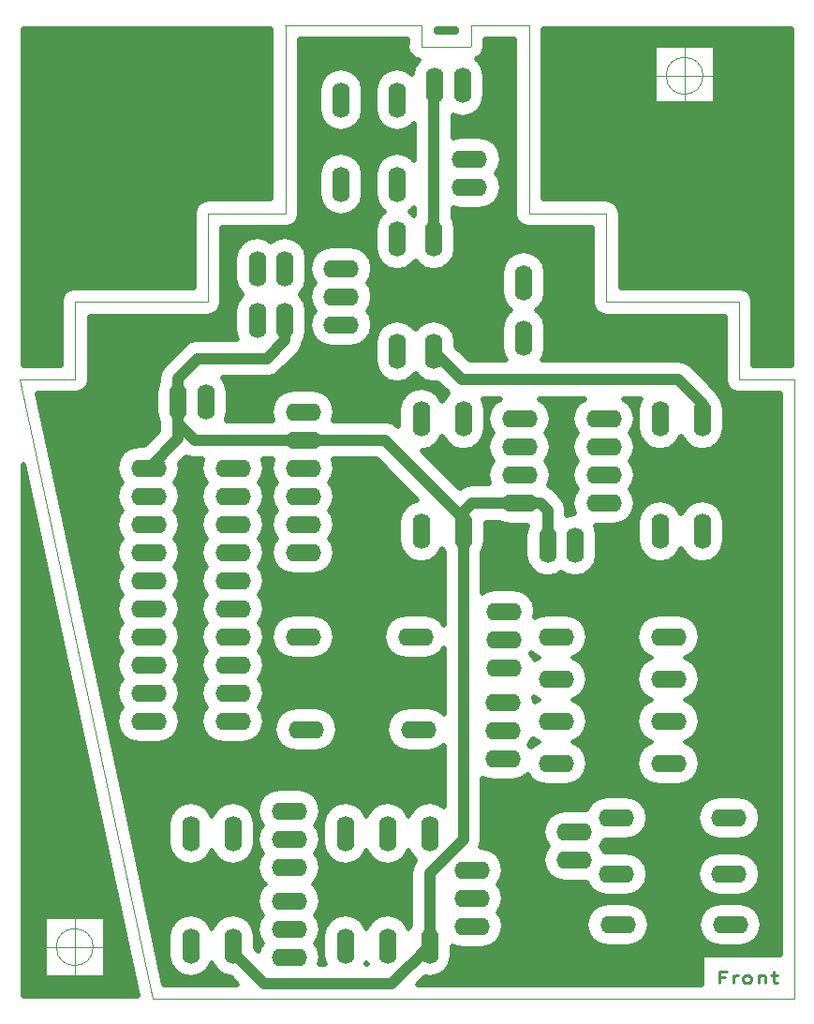
<source format=gbr>
%TF.GenerationSoftware,KiCad,Pcbnew,4.0.7-e2-6376~58~ubuntu16.04.1*%
%TF.CreationDate,2019-01-22T10:52:45+01:00*%
%TF.ProjectId,nikobus,6E696B6F6275732E6B696361645F7063,rev?*%
%TF.FileFunction,Copper,L1,Top,Signal*%
%FSLAX46Y46*%
G04 Gerber Fmt 4.6, Leading zero omitted, Abs format (unit mm)*
G04 Created by KiCad (PCBNEW 4.0.7-e2-6376~58~ubuntu16.04.1) date Tue Jan 22 10:52:45 2019*
%MOMM*%
%LPD*%
G01*
G04 APERTURE LIST*
%ADD10C,0.100000*%
%ADD11C,0.250000*%
%ADD12O,3.200000X1.600000*%
%ADD13O,1.600000X3.200000*%
%ADD14C,1.000000*%
%ADD15C,0.500000*%
G04 APERTURE END LIST*
D10*
X112268000Y-40005000D02*
X99949000Y-40005000D01*
X116713000Y-41910000D02*
X112268000Y-41910000D01*
X116840000Y-40005000D02*
X121920000Y-40005000D01*
D11*
X139686786Y-126023571D02*
X139186786Y-126023571D01*
X139186786Y-126547381D02*
X139186786Y-125547381D01*
X139901072Y-125547381D01*
X140472500Y-126547381D02*
X140472500Y-125880714D01*
X140472500Y-126071190D02*
X140543928Y-125975952D01*
X140615357Y-125928333D01*
X140758214Y-125880714D01*
X140901071Y-125880714D01*
X141615357Y-126547381D02*
X141472499Y-126499762D01*
X141401071Y-126452143D01*
X141329642Y-126356905D01*
X141329642Y-126071190D01*
X141401071Y-125975952D01*
X141472499Y-125928333D01*
X141615357Y-125880714D01*
X141829642Y-125880714D01*
X141972499Y-125928333D01*
X142043928Y-125975952D01*
X142115357Y-126071190D01*
X142115357Y-126356905D01*
X142043928Y-126452143D01*
X141972499Y-126499762D01*
X141829642Y-126547381D01*
X141615357Y-126547381D01*
X142758214Y-125880714D02*
X142758214Y-126547381D01*
X142758214Y-125975952D02*
X142829642Y-125928333D01*
X142972500Y-125880714D01*
X143186785Y-125880714D01*
X143329642Y-125928333D01*
X143401071Y-126023571D01*
X143401071Y-126547381D01*
X143901071Y-125880714D02*
X144472500Y-125880714D01*
X144115357Y-125547381D02*
X144115357Y-126404524D01*
X144186785Y-126499762D01*
X144329643Y-126547381D01*
X144472500Y-126547381D01*
D10*
X137737666Y-44561000D02*
G75*
G03X137737666Y-44561000I-1666666J0D01*
G01*
X133571000Y-44561000D02*
X138571000Y-44561000D01*
X136071000Y-42061000D02*
X136071000Y-47061000D01*
X82619666Y-123301000D02*
G75*
G03X82619666Y-123301000I-1666666J0D01*
G01*
X78453000Y-123301000D02*
X83453000Y-123301000D01*
X80953000Y-120801000D02*
X80953000Y-125801000D01*
X116767000Y-41894000D02*
X116767000Y-39989000D01*
X112322000Y-39989000D02*
X112322000Y-41894000D01*
X129000000Y-57000000D02*
X122000000Y-57000000D01*
X129000000Y-58000000D02*
X129000000Y-57000000D01*
X129000000Y-65000000D02*
X129000000Y-58000000D01*
X134000000Y-65000000D02*
X129000000Y-65000000D01*
X146000000Y-128000000D02*
X88000000Y-128000000D01*
X146000000Y-72000000D02*
X146000000Y-128000000D01*
X88000000Y-128000000D02*
X76000000Y-72000000D01*
X100000000Y-57000000D02*
X100000000Y-40000000D01*
X93000000Y-57000000D02*
X100000000Y-57000000D01*
X93000000Y-65000000D02*
X93000000Y-57000000D01*
X81000000Y-65000000D02*
X93000000Y-65000000D01*
X81000000Y-72000000D02*
X81000000Y-65000000D01*
X76000000Y-72000000D02*
X81000000Y-72000000D01*
X122000000Y-57000000D02*
X122000000Y-40000000D01*
X141000000Y-65000000D02*
X134000000Y-65000000D01*
X141000000Y-72000000D02*
X141000000Y-65000000D01*
X146000000Y-72000000D02*
X141000000Y-72000000D01*
D12*
X140208000Y-121285000D03*
X130048000Y-121285000D03*
D13*
X116005000Y-45450000D03*
X113465000Y-45450000D03*
X105410000Y-123190000D03*
X105410000Y-113030000D03*
D12*
X116840000Y-121412000D03*
X116840000Y-118872000D03*
X116840000Y-116332000D03*
D13*
X113030000Y-113030000D03*
X113030000Y-123190000D03*
X109220000Y-113030000D03*
X109220000Y-123190000D03*
X95250000Y-113030000D03*
X95250000Y-123190000D03*
X91440000Y-113030000D03*
X91440000Y-123190000D03*
X90297000Y-74041000D03*
X92797000Y-74041000D03*
D12*
X101600000Y-74930000D03*
X101600000Y-77470000D03*
X101600000Y-80010000D03*
X101600000Y-82550000D03*
X101600000Y-85090000D03*
X101600000Y-87630000D03*
X87630000Y-80010000D03*
X95250000Y-102870000D03*
X87630000Y-82550000D03*
X95250000Y-100330000D03*
X87630000Y-85090000D03*
X95250000Y-97790000D03*
X87630000Y-87630000D03*
X95250000Y-95250000D03*
X87630000Y-90170000D03*
X95250000Y-92710000D03*
X87630000Y-92710000D03*
X95250000Y-90170000D03*
X87630000Y-95250000D03*
X95250000Y-87630000D03*
X87630000Y-97790000D03*
X95250000Y-85090000D03*
X87630000Y-100330000D03*
X95250000Y-82550000D03*
X87630000Y-102870000D03*
X95250000Y-80010000D03*
X116640000Y-54610000D03*
X116640000Y-52070000D03*
D13*
X99949000Y-61976000D03*
X97449000Y-61976000D03*
X99949000Y-66675000D03*
X97449000Y-66675000D03*
X133858000Y-85725000D03*
X133858000Y-75565000D03*
X112268000Y-75565000D03*
X112268000Y-85725000D03*
D12*
X126111000Y-115443000D03*
X126111000Y-112903000D03*
X101600000Y-95250000D03*
X111760000Y-95250000D03*
X101854000Y-103632000D03*
X112014000Y-103632000D03*
X134620000Y-95250000D03*
X124460000Y-95250000D03*
X134620000Y-106680000D03*
X124460000Y-106680000D03*
X129921000Y-111633000D03*
X140081000Y-111633000D03*
X140081000Y-116713000D03*
X129921000Y-116713000D03*
D13*
X113411000Y-69469000D03*
X113411000Y-59309000D03*
X137668000Y-75565000D03*
X137668000Y-85725000D03*
D12*
X128778000Y-83185000D03*
X121158000Y-75565000D03*
X128778000Y-80645000D03*
X121158000Y-78105000D03*
X128778000Y-78105000D03*
X121158000Y-80645000D03*
X128778000Y-75565000D03*
X121158000Y-83185000D03*
D13*
X121539000Y-63246000D03*
X121539000Y-68246000D03*
X123698000Y-86995000D03*
X126198000Y-86995000D03*
X105029000Y-46736000D03*
X110109000Y-54356000D03*
X110109000Y-46736000D03*
X105029000Y-54356000D03*
D12*
X124460000Y-99060000D03*
X134620000Y-99060000D03*
X124460000Y-102870000D03*
X134620000Y-102870000D03*
D13*
X116078000Y-85725000D03*
X116078000Y-75565000D03*
X110109000Y-59309000D03*
X110109000Y-69469000D03*
D12*
X105029000Y-64516000D03*
X105029000Y-61976000D03*
X105029000Y-67056000D03*
X100330000Y-121666000D03*
X100330000Y-124206000D03*
X100330000Y-119126000D03*
X100330000Y-113538000D03*
X100330000Y-116078000D03*
X100330000Y-110998000D03*
X119761000Y-95504000D03*
X119761000Y-92964000D03*
X119761000Y-98044000D03*
X119634000Y-103759000D03*
X119634000Y-101219000D03*
X119634000Y-106299000D03*
D14*
X116078000Y-85725000D02*
X116078000Y-113538000D01*
X113030000Y-116586000D02*
X113030000Y-123190000D01*
X116078000Y-113538000D02*
X113030000Y-116586000D01*
X137668000Y-75565000D02*
X137668000Y-74168000D01*
X137668000Y-74168000D02*
X135509000Y-72009000D01*
X135509000Y-72009000D02*
X115951000Y-72009000D01*
X115951000Y-72009000D02*
X113411000Y-69469000D01*
X99949000Y-66675000D02*
X99949000Y-68453000D01*
X90297000Y-71882000D02*
X90297000Y-74041000D01*
X92075000Y-70104000D02*
X90297000Y-71882000D01*
X98298000Y-70104000D02*
X92075000Y-70104000D01*
X99949000Y-68453000D02*
X98298000Y-70104000D01*
X121158000Y-83185000D02*
X122682000Y-83185000D01*
X116078000Y-85725000D02*
X116078000Y-84582000D01*
X116078000Y-84582000D02*
X108966000Y-77470000D01*
X108966000Y-77470000D02*
X101600000Y-77470000D01*
X90297000Y-74041000D02*
X90297000Y-75946000D01*
X91821000Y-77470000D02*
X101600000Y-77470000D01*
X90297000Y-75946000D02*
X91821000Y-77470000D01*
X90297000Y-74041000D02*
X90297000Y-77343000D01*
X90297000Y-77343000D02*
X87630000Y-80010000D01*
X121158000Y-83185000D02*
X123063000Y-83185000D01*
X123698000Y-83820000D02*
X123698000Y-86995000D01*
X123063000Y-83185000D02*
X123698000Y-83820000D01*
X116078000Y-85725000D02*
X116078000Y-83947000D01*
X116840000Y-83185000D02*
X121158000Y-83185000D01*
X116078000Y-83947000D02*
X116840000Y-83185000D01*
X95250000Y-123190000D02*
X95250000Y-123825000D01*
X95250000Y-123825000D02*
X98044000Y-126619000D01*
X109601000Y-126619000D02*
X113030000Y-123190000D01*
X98044000Y-126619000D02*
X109601000Y-126619000D01*
X90480001Y-74699999D02*
X90480001Y-74619999D01*
X112230001Y-123989999D02*
X113030000Y-123190000D01*
X109220000Y-123190000D02*
X109236000Y-123174000D01*
X113411000Y-59309000D02*
X113411000Y-45504000D01*
X113411000Y-45504000D02*
X113465000Y-45450000D01*
D15*
G36*
X86616917Y-127750000D02*
X76313500Y-127750000D01*
X76313500Y-120761000D01*
X78163000Y-120761000D01*
X78163000Y-125841000D01*
X78182696Y-125938264D01*
X78238682Y-126020202D01*
X78322136Y-126073903D01*
X78413000Y-126091000D01*
X83493000Y-126091000D01*
X83590264Y-126071304D01*
X83672202Y-126015318D01*
X83725903Y-125931864D01*
X83743000Y-125841000D01*
X83743000Y-120761000D01*
X83723304Y-120663736D01*
X83667318Y-120581798D01*
X83583864Y-120528097D01*
X83493000Y-120511000D01*
X78413000Y-120511000D01*
X78315736Y-120530696D01*
X78233798Y-120586682D01*
X78180097Y-120670136D01*
X78163000Y-120761000D01*
X76313500Y-120761000D01*
X76313500Y-79667389D01*
X86616917Y-127750000D01*
X86616917Y-127750000D01*
G37*
X86616917Y-127750000D02*
X76313500Y-127750000D01*
X76313500Y-120761000D01*
X78163000Y-120761000D01*
X78163000Y-125841000D01*
X78182696Y-125938264D01*
X78238682Y-126020202D01*
X78322136Y-126073903D01*
X78413000Y-126091000D01*
X83493000Y-126091000D01*
X83590264Y-126071304D01*
X83672202Y-126015318D01*
X83725903Y-125931864D01*
X83743000Y-125841000D01*
X83743000Y-120761000D01*
X83723304Y-120663736D01*
X83667318Y-120581798D01*
X83583864Y-120528097D01*
X83493000Y-120511000D01*
X78413000Y-120511000D01*
X78315736Y-120530696D01*
X78233798Y-120586682D01*
X78180097Y-120670136D01*
X78163000Y-120761000D01*
X76313500Y-120761000D01*
X76313500Y-79667389D01*
X86616917Y-127750000D01*
G36*
X111022000Y-41638525D02*
X110968000Y-41910000D01*
X111066957Y-42407488D01*
X111348761Y-42829239D01*
X111770512Y-43111043D01*
X112006487Y-43157982D01*
X111571047Y-43809664D01*
X111460562Y-44365110D01*
X110893501Y-43986212D01*
X110109000Y-43830165D01*
X109324499Y-43986212D01*
X108659431Y-44430596D01*
X108215047Y-45095664D01*
X108059000Y-45880165D01*
X108059000Y-47591835D01*
X108215047Y-48376336D01*
X108659431Y-49041404D01*
X109324499Y-49485788D01*
X110109000Y-49641835D01*
X110893501Y-49485788D01*
X111558569Y-49041404D01*
X111661000Y-48888105D01*
X111661000Y-52203895D01*
X111558569Y-52050596D01*
X110893501Y-51606212D01*
X110109000Y-51450165D01*
X109324499Y-51606212D01*
X108659431Y-52050596D01*
X108215047Y-52715664D01*
X108059000Y-53500165D01*
X108059000Y-55211835D01*
X108215047Y-55996336D01*
X108659431Y-56661404D01*
X108915494Y-56832500D01*
X108659431Y-57003596D01*
X108215047Y-57668664D01*
X108059000Y-58453165D01*
X108059000Y-60164835D01*
X108215047Y-60949336D01*
X108659431Y-61614404D01*
X109324499Y-62058788D01*
X110109000Y-62214835D01*
X110893501Y-62058788D01*
X111558569Y-61614404D01*
X111760000Y-61312941D01*
X111961431Y-61614404D01*
X112626499Y-62058788D01*
X113411000Y-62214835D01*
X114195501Y-62058788D01*
X114860569Y-61614404D01*
X115304953Y-60949336D01*
X115461000Y-60164835D01*
X115461000Y-58453165D01*
X115304953Y-57668664D01*
X115161000Y-57453223D01*
X115161000Y-56536045D01*
X115784165Y-56660000D01*
X117495835Y-56660000D01*
X118280336Y-56503953D01*
X118945404Y-56059569D01*
X119389788Y-55394501D01*
X119545835Y-54610000D01*
X119389788Y-53825499D01*
X119065388Y-53340000D01*
X119389788Y-52854501D01*
X119545835Y-52070000D01*
X119389788Y-51285499D01*
X118945404Y-50620431D01*
X118280336Y-50176047D01*
X117495835Y-50020000D01*
X115784165Y-50020000D01*
X115161000Y-50143955D01*
X115161000Y-48160032D01*
X115220499Y-48199788D01*
X116005000Y-48355835D01*
X116789501Y-48199788D01*
X117454569Y-47755404D01*
X117898953Y-47090336D01*
X118055000Y-46305835D01*
X118055000Y-44594165D01*
X117898953Y-43809664D01*
X117454569Y-43144596D01*
X117322448Y-43056316D01*
X117686239Y-42813239D01*
X117968043Y-42391488D01*
X118067000Y-41894000D01*
X118067000Y-41305000D01*
X120700000Y-41305000D01*
X120700000Y-57000000D01*
X120798957Y-57497488D01*
X121080761Y-57919239D01*
X121502512Y-58201043D01*
X122000000Y-58300000D01*
X127700000Y-58300000D01*
X127700000Y-65000000D01*
X127798957Y-65497488D01*
X128080761Y-65919239D01*
X128502512Y-66201043D01*
X129000000Y-66300000D01*
X139700000Y-66300000D01*
X139700000Y-72000000D01*
X139798957Y-72497488D01*
X140080761Y-72919239D01*
X140502512Y-73201043D01*
X141000000Y-73300000D01*
X144700000Y-73300000D01*
X144700000Y-124020000D01*
X137579643Y-124020000D01*
X137579643Y-126700000D01*
X111994874Y-126700000D01*
X112670540Y-126024334D01*
X113030000Y-126095835D01*
X113814501Y-125939788D01*
X114479569Y-125495404D01*
X114923953Y-124830336D01*
X115080000Y-124045835D01*
X115080000Y-123225996D01*
X115199664Y-123305953D01*
X115984165Y-123462000D01*
X117695835Y-123462000D01*
X118480336Y-123305953D01*
X119145404Y-122861569D01*
X119589788Y-122196501D01*
X119745835Y-121412000D01*
X119720574Y-121285000D01*
X127142165Y-121285000D01*
X127298212Y-122069501D01*
X127742596Y-122734569D01*
X128407664Y-123178953D01*
X129192165Y-123335000D01*
X130903835Y-123335000D01*
X131688336Y-123178953D01*
X132353404Y-122734569D01*
X132797788Y-122069501D01*
X132953835Y-121285000D01*
X137302165Y-121285000D01*
X137458212Y-122069501D01*
X137902596Y-122734569D01*
X138567664Y-123178953D01*
X139352165Y-123335000D01*
X141063835Y-123335000D01*
X141848336Y-123178953D01*
X142513404Y-122734569D01*
X142957788Y-122069501D01*
X143113835Y-121285000D01*
X142957788Y-120500499D01*
X142513404Y-119835431D01*
X141848336Y-119391047D01*
X141063835Y-119235000D01*
X139352165Y-119235000D01*
X138567664Y-119391047D01*
X137902596Y-119835431D01*
X137458212Y-120500499D01*
X137302165Y-121285000D01*
X132953835Y-121285000D01*
X132797788Y-120500499D01*
X132353404Y-119835431D01*
X131688336Y-119391047D01*
X130903835Y-119235000D01*
X129192165Y-119235000D01*
X128407664Y-119391047D01*
X127742596Y-119835431D01*
X127298212Y-120500499D01*
X127142165Y-121285000D01*
X119720574Y-121285000D01*
X119589788Y-120627499D01*
X119265388Y-120142000D01*
X119589788Y-119656501D01*
X119745835Y-118872000D01*
X119589788Y-118087499D01*
X119265388Y-117602000D01*
X119589788Y-117116501D01*
X119745835Y-116332000D01*
X119589788Y-115547499D01*
X119145404Y-114882431D01*
X118480336Y-114438047D01*
X117695835Y-114282000D01*
X117645141Y-114282000D01*
X117694789Y-114207696D01*
X117828000Y-113538000D01*
X117828000Y-112903000D01*
X123205165Y-112903000D01*
X123361212Y-113687501D01*
X123685612Y-114173000D01*
X123361212Y-114658499D01*
X123205165Y-115443000D01*
X123361212Y-116227501D01*
X123805596Y-116892569D01*
X124470664Y-117336953D01*
X125255165Y-117493000D01*
X126966835Y-117493000D01*
X127162572Y-117454065D01*
X127171212Y-117497501D01*
X127615596Y-118162569D01*
X128280664Y-118606953D01*
X129065165Y-118763000D01*
X130776835Y-118763000D01*
X131561336Y-118606953D01*
X132226404Y-118162569D01*
X132670788Y-117497501D01*
X132826835Y-116713000D01*
X137175165Y-116713000D01*
X137331212Y-117497501D01*
X137775596Y-118162569D01*
X138440664Y-118606953D01*
X139225165Y-118763000D01*
X140936835Y-118763000D01*
X141721336Y-118606953D01*
X142386404Y-118162569D01*
X142830788Y-117497501D01*
X142986835Y-116713000D01*
X142830788Y-115928499D01*
X142386404Y-115263431D01*
X141721336Y-114819047D01*
X140936835Y-114663000D01*
X139225165Y-114663000D01*
X138440664Y-114819047D01*
X137775596Y-115263431D01*
X137331212Y-115928499D01*
X137175165Y-116713000D01*
X132826835Y-116713000D01*
X132670788Y-115928499D01*
X132226404Y-115263431D01*
X131561336Y-114819047D01*
X130776835Y-114663000D01*
X129065165Y-114663000D01*
X128869428Y-114701935D01*
X128860788Y-114658499D01*
X128536388Y-114173000D01*
X128860788Y-113687501D01*
X128869428Y-113644065D01*
X129065165Y-113683000D01*
X130776835Y-113683000D01*
X131561336Y-113526953D01*
X132226404Y-113082569D01*
X132670788Y-112417501D01*
X132826835Y-111633000D01*
X137175165Y-111633000D01*
X137331212Y-112417501D01*
X137775596Y-113082569D01*
X138440664Y-113526953D01*
X139225165Y-113683000D01*
X140936835Y-113683000D01*
X141721336Y-113526953D01*
X142386404Y-113082569D01*
X142830788Y-112417501D01*
X142986835Y-111633000D01*
X142830788Y-110848499D01*
X142386404Y-110183431D01*
X141721336Y-109739047D01*
X140936835Y-109583000D01*
X139225165Y-109583000D01*
X138440664Y-109739047D01*
X137775596Y-110183431D01*
X137331212Y-110848499D01*
X137175165Y-111633000D01*
X132826835Y-111633000D01*
X132670788Y-110848499D01*
X132226404Y-110183431D01*
X131561336Y-109739047D01*
X130776835Y-109583000D01*
X129065165Y-109583000D01*
X128280664Y-109739047D01*
X127615596Y-110183431D01*
X127171212Y-110848499D01*
X127162572Y-110891935D01*
X126966835Y-110853000D01*
X125255165Y-110853000D01*
X124470664Y-111009047D01*
X123805596Y-111453431D01*
X123361212Y-112118499D01*
X123205165Y-112903000D01*
X117828000Y-112903000D01*
X117828000Y-108082260D01*
X117993664Y-108192953D01*
X118778165Y-108349000D01*
X120489835Y-108349000D01*
X121274336Y-108192953D01*
X121912176Y-107766762D01*
X122154596Y-108129569D01*
X122819664Y-108573953D01*
X123604165Y-108730000D01*
X125315835Y-108730000D01*
X126100336Y-108573953D01*
X126765404Y-108129569D01*
X127209788Y-107464501D01*
X127365835Y-106680000D01*
X127209788Y-105895499D01*
X126765404Y-105230431D01*
X126100336Y-104786047D01*
X126044799Y-104775000D01*
X126100336Y-104763953D01*
X126765404Y-104319569D01*
X127209788Y-103654501D01*
X127365835Y-102870000D01*
X127209788Y-102085499D01*
X126765404Y-101420431D01*
X126100336Y-100976047D01*
X126044799Y-100965000D01*
X126100336Y-100953953D01*
X126765404Y-100509569D01*
X127209788Y-99844501D01*
X127365835Y-99060000D01*
X127209788Y-98275499D01*
X126765404Y-97610431D01*
X126100336Y-97166047D01*
X126044799Y-97155000D01*
X126100336Y-97143953D01*
X126765404Y-96699569D01*
X127209788Y-96034501D01*
X127365835Y-95250000D01*
X131714165Y-95250000D01*
X131870212Y-96034501D01*
X132314596Y-96699569D01*
X132979664Y-97143953D01*
X133035201Y-97155000D01*
X132979664Y-97166047D01*
X132314596Y-97610431D01*
X131870212Y-98275499D01*
X131714165Y-99060000D01*
X131870212Y-99844501D01*
X132314596Y-100509569D01*
X132979664Y-100953953D01*
X133035201Y-100965000D01*
X132979664Y-100976047D01*
X132314596Y-101420431D01*
X131870212Y-102085499D01*
X131714165Y-102870000D01*
X131870212Y-103654501D01*
X132314596Y-104319569D01*
X132979664Y-104763953D01*
X133035201Y-104775000D01*
X132979664Y-104786047D01*
X132314596Y-105230431D01*
X131870212Y-105895499D01*
X131714165Y-106680000D01*
X131870212Y-107464501D01*
X132314596Y-108129569D01*
X132979664Y-108573953D01*
X133764165Y-108730000D01*
X135475835Y-108730000D01*
X136260336Y-108573953D01*
X136925404Y-108129569D01*
X137369788Y-107464501D01*
X137525835Y-106680000D01*
X137369788Y-105895499D01*
X136925404Y-105230431D01*
X136260336Y-104786047D01*
X136204799Y-104775000D01*
X136260336Y-104763953D01*
X136925404Y-104319569D01*
X137369788Y-103654501D01*
X137525835Y-102870000D01*
X137369788Y-102085499D01*
X136925404Y-101420431D01*
X136260336Y-100976047D01*
X136204799Y-100965000D01*
X136260336Y-100953953D01*
X136925404Y-100509569D01*
X137369788Y-99844501D01*
X137525835Y-99060000D01*
X137369788Y-98275499D01*
X136925404Y-97610431D01*
X136260336Y-97166047D01*
X136204799Y-97155000D01*
X136260336Y-97143953D01*
X136925404Y-96699569D01*
X137369788Y-96034501D01*
X137525835Y-95250000D01*
X137369788Y-94465499D01*
X136925404Y-93800431D01*
X136260336Y-93356047D01*
X135475835Y-93200000D01*
X133764165Y-93200000D01*
X132979664Y-93356047D01*
X132314596Y-93800431D01*
X131870212Y-94465499D01*
X131714165Y-95250000D01*
X127365835Y-95250000D01*
X127209788Y-94465499D01*
X126765404Y-93800431D01*
X126100336Y-93356047D01*
X125315835Y-93200000D01*
X123604165Y-93200000D01*
X122819664Y-93356047D01*
X122553473Y-93533910D01*
X122666835Y-92964000D01*
X122510788Y-92179499D01*
X122066404Y-91514431D01*
X121401336Y-91070047D01*
X120616835Y-90914000D01*
X118905165Y-90914000D01*
X118120664Y-91070047D01*
X117828000Y-91265599D01*
X117828000Y-87580777D01*
X117971953Y-87365336D01*
X118128000Y-86580835D01*
X118128000Y-84935000D01*
X119302223Y-84935000D01*
X119517664Y-85078953D01*
X120302165Y-85235000D01*
X121884004Y-85235000D01*
X121804047Y-85354664D01*
X121648000Y-86139165D01*
X121648000Y-87850835D01*
X121804047Y-88635336D01*
X122248431Y-89300404D01*
X122913499Y-89744788D01*
X123698000Y-89900835D01*
X124482501Y-89744788D01*
X124948000Y-89433752D01*
X125413499Y-89744788D01*
X126198000Y-89900835D01*
X126982501Y-89744788D01*
X127647569Y-89300404D01*
X128091953Y-88635336D01*
X128248000Y-87850835D01*
X128248000Y-86139165D01*
X128091953Y-85354664D01*
X128011996Y-85235000D01*
X129633835Y-85235000D01*
X130418336Y-85078953D01*
X130732306Y-84869165D01*
X131808000Y-84869165D01*
X131808000Y-86580835D01*
X131964047Y-87365336D01*
X132408431Y-88030404D01*
X133073499Y-88474788D01*
X133858000Y-88630835D01*
X134642501Y-88474788D01*
X135307569Y-88030404D01*
X135751953Y-87365336D01*
X135763000Y-87309799D01*
X135774047Y-87365336D01*
X136218431Y-88030404D01*
X136883499Y-88474788D01*
X137668000Y-88630835D01*
X138452501Y-88474788D01*
X139117569Y-88030404D01*
X139561953Y-87365336D01*
X139718000Y-86580835D01*
X139718000Y-84869165D01*
X139561953Y-84084664D01*
X139117569Y-83419596D01*
X138452501Y-82975212D01*
X137668000Y-82819165D01*
X136883499Y-82975212D01*
X136218431Y-83419596D01*
X135774047Y-84084664D01*
X135763000Y-84140201D01*
X135751953Y-84084664D01*
X135307569Y-83419596D01*
X134642501Y-82975212D01*
X133858000Y-82819165D01*
X133073499Y-82975212D01*
X132408431Y-83419596D01*
X131964047Y-84084664D01*
X131808000Y-84869165D01*
X130732306Y-84869165D01*
X131083404Y-84634569D01*
X131527788Y-83969501D01*
X131683835Y-83185000D01*
X131527788Y-82400499D01*
X131203388Y-81915000D01*
X131527788Y-81429501D01*
X131683835Y-80645000D01*
X131527788Y-79860499D01*
X131203388Y-79375000D01*
X131527788Y-78889501D01*
X131683835Y-78105000D01*
X131527788Y-77320499D01*
X131203388Y-76835000D01*
X131527788Y-76349501D01*
X131683835Y-75565000D01*
X131527788Y-74780499D01*
X131083404Y-74115431D01*
X130549967Y-73759000D01*
X132074740Y-73759000D01*
X131964047Y-73924664D01*
X131808000Y-74709165D01*
X131808000Y-76420835D01*
X131964047Y-77205336D01*
X132408431Y-77870404D01*
X133073499Y-78314788D01*
X133858000Y-78470835D01*
X134642501Y-78314788D01*
X135307569Y-77870404D01*
X135751953Y-77205336D01*
X135763000Y-77149799D01*
X135774047Y-77205336D01*
X136218431Y-77870404D01*
X136883499Y-78314788D01*
X137668000Y-78470835D01*
X138452501Y-78314788D01*
X139117569Y-77870404D01*
X139561953Y-77205336D01*
X139718000Y-76420835D01*
X139718000Y-74709165D01*
X139561953Y-73924664D01*
X139288062Y-73514756D01*
X139284789Y-73498304D01*
X138905437Y-72930563D01*
X136746437Y-70771563D01*
X136178696Y-70392211D01*
X135509000Y-70259000D01*
X123183947Y-70259000D01*
X123432953Y-69886336D01*
X123589000Y-69101835D01*
X123589000Y-67390165D01*
X123432953Y-66605664D01*
X122988569Y-65940596D01*
X122697335Y-65746000D01*
X122988569Y-65551404D01*
X123432953Y-64886336D01*
X123589000Y-64101835D01*
X123589000Y-62390165D01*
X123432953Y-61605664D01*
X122988569Y-60940596D01*
X122323501Y-60496212D01*
X121539000Y-60340165D01*
X120754499Y-60496212D01*
X120089431Y-60940596D01*
X119645047Y-61605664D01*
X119489000Y-62390165D01*
X119489000Y-64101835D01*
X119645047Y-64886336D01*
X120089431Y-65551404D01*
X120380665Y-65746000D01*
X120089431Y-65940596D01*
X119645047Y-66605664D01*
X119489000Y-67390165D01*
X119489000Y-69101835D01*
X119645047Y-69886336D01*
X119894053Y-70259000D01*
X116675874Y-70259000D01*
X115461000Y-69044126D01*
X115461000Y-68613165D01*
X115304953Y-67828664D01*
X114860569Y-67163596D01*
X114195501Y-66719212D01*
X113411000Y-66563165D01*
X112626499Y-66719212D01*
X111961431Y-67163596D01*
X111760000Y-67465059D01*
X111558569Y-67163596D01*
X110893501Y-66719212D01*
X110109000Y-66563165D01*
X109324499Y-66719212D01*
X108659431Y-67163596D01*
X108215047Y-67828664D01*
X108059000Y-68613165D01*
X108059000Y-70324835D01*
X108215047Y-71109336D01*
X108659431Y-71774404D01*
X109324499Y-72218788D01*
X110109000Y-72374835D01*
X110893501Y-72218788D01*
X111558569Y-71774404D01*
X111760000Y-71472941D01*
X111961431Y-71774404D01*
X112626499Y-72218788D01*
X113411000Y-72374835D01*
X113770460Y-72303334D01*
X114687352Y-73220226D01*
X114628431Y-73259596D01*
X114184047Y-73924664D01*
X114173000Y-73980201D01*
X114161953Y-73924664D01*
X113717569Y-73259596D01*
X113052501Y-72815212D01*
X112268000Y-72659165D01*
X111483499Y-72815212D01*
X110818431Y-73259596D01*
X110374047Y-73924664D01*
X110218000Y-74709165D01*
X110218000Y-76247126D01*
X110203437Y-76232563D01*
X109635696Y-75853211D01*
X108966000Y-75720000D01*
X104346114Y-75720000D01*
X104349788Y-75714501D01*
X104505835Y-74930000D01*
X104349788Y-74145499D01*
X103905404Y-73480431D01*
X103240336Y-73036047D01*
X102455835Y-72880000D01*
X100744165Y-72880000D01*
X99959664Y-73036047D01*
X99294596Y-73480431D01*
X98850212Y-74145499D01*
X98694165Y-74930000D01*
X98850212Y-75714501D01*
X98853886Y-75720000D01*
X94665119Y-75720000D01*
X94690953Y-75681336D01*
X94847000Y-74896835D01*
X94847000Y-73185165D01*
X94690953Y-72400664D01*
X94325684Y-71854000D01*
X98298000Y-71854000D01*
X98967696Y-71720789D01*
X99535437Y-71341437D01*
X101186437Y-69690437D01*
X101565789Y-69122696D01*
X101676971Y-68563745D01*
X101842953Y-68315336D01*
X101999000Y-67530835D01*
X101999000Y-65819165D01*
X101842953Y-65034664D01*
X101398569Y-64369596D01*
X101332575Y-64325500D01*
X101398569Y-64281404D01*
X101842953Y-63616336D01*
X101999000Y-62831835D01*
X101999000Y-61976000D01*
X102123165Y-61976000D01*
X102279212Y-62760501D01*
X102603612Y-63246000D01*
X102279212Y-63731499D01*
X102123165Y-64516000D01*
X102279212Y-65300501D01*
X102603612Y-65786000D01*
X102279212Y-66271499D01*
X102123165Y-67056000D01*
X102279212Y-67840501D01*
X102723596Y-68505569D01*
X103388664Y-68949953D01*
X104173165Y-69106000D01*
X105884835Y-69106000D01*
X106669336Y-68949953D01*
X107334404Y-68505569D01*
X107778788Y-67840501D01*
X107934835Y-67056000D01*
X107778788Y-66271499D01*
X107454388Y-65786000D01*
X107778788Y-65300501D01*
X107934835Y-64516000D01*
X107778788Y-63731499D01*
X107454388Y-63246000D01*
X107778788Y-62760501D01*
X107934835Y-61976000D01*
X107778788Y-61191499D01*
X107334404Y-60526431D01*
X106669336Y-60082047D01*
X105884835Y-59926000D01*
X104173165Y-59926000D01*
X103388664Y-60082047D01*
X102723596Y-60526431D01*
X102279212Y-61191499D01*
X102123165Y-61976000D01*
X101999000Y-61976000D01*
X101999000Y-61120165D01*
X101842953Y-60335664D01*
X101398569Y-59670596D01*
X100733501Y-59226212D01*
X99949000Y-59070165D01*
X99164499Y-59226212D01*
X98699000Y-59537248D01*
X98233501Y-59226212D01*
X97449000Y-59070165D01*
X96664499Y-59226212D01*
X95999431Y-59670596D01*
X95555047Y-60335664D01*
X95399000Y-61120165D01*
X95399000Y-62831835D01*
X95555047Y-63616336D01*
X95999431Y-64281404D01*
X96065425Y-64325500D01*
X95999431Y-64369596D01*
X95555047Y-65034664D01*
X95399000Y-65819165D01*
X95399000Y-67530835D01*
X95555047Y-68315336D01*
X95580881Y-68354000D01*
X92075000Y-68354000D01*
X91405304Y-68487211D01*
X90837563Y-68866563D01*
X89059563Y-70644563D01*
X88680211Y-71212304D01*
X88547000Y-71882000D01*
X88547000Y-72185223D01*
X88403047Y-72400664D01*
X88247000Y-73185165D01*
X88247000Y-74896835D01*
X88403047Y-75681336D01*
X88547000Y-75896777D01*
X88547000Y-76618126D01*
X87205126Y-77960000D01*
X86774165Y-77960000D01*
X85989664Y-78116047D01*
X85324596Y-78560431D01*
X84880212Y-79225499D01*
X84724165Y-80010000D01*
X84880212Y-80794501D01*
X85204612Y-81280000D01*
X84880212Y-81765499D01*
X84724165Y-82550000D01*
X84880212Y-83334501D01*
X85204612Y-83820000D01*
X84880212Y-84305499D01*
X84724165Y-85090000D01*
X84880212Y-85874501D01*
X85204612Y-86360000D01*
X84880212Y-86845499D01*
X84724165Y-87630000D01*
X84880212Y-88414501D01*
X85204612Y-88900000D01*
X84880212Y-89385499D01*
X84724165Y-90170000D01*
X84880212Y-90954501D01*
X85204612Y-91440000D01*
X84880212Y-91925499D01*
X84724165Y-92710000D01*
X84880212Y-93494501D01*
X85204612Y-93980000D01*
X84880212Y-94465499D01*
X84724165Y-95250000D01*
X84880212Y-96034501D01*
X85204612Y-96520000D01*
X84880212Y-97005499D01*
X84724165Y-97790000D01*
X84880212Y-98574501D01*
X85204612Y-99060000D01*
X84880212Y-99545499D01*
X84724165Y-100330000D01*
X84880212Y-101114501D01*
X85204612Y-101600000D01*
X84880212Y-102085499D01*
X84724165Y-102870000D01*
X84880212Y-103654501D01*
X85324596Y-104319569D01*
X85989664Y-104763953D01*
X86774165Y-104920000D01*
X88485835Y-104920000D01*
X89270336Y-104763953D01*
X89935404Y-104319569D01*
X90379788Y-103654501D01*
X90535835Y-102870000D01*
X90379788Y-102085499D01*
X90055388Y-101600000D01*
X90379788Y-101114501D01*
X90535835Y-100330000D01*
X90379788Y-99545499D01*
X90055388Y-99060000D01*
X90379788Y-98574501D01*
X90535835Y-97790000D01*
X90379788Y-97005499D01*
X90055388Y-96520000D01*
X90379788Y-96034501D01*
X90535835Y-95250000D01*
X90379788Y-94465499D01*
X90055388Y-93980000D01*
X90379788Y-93494501D01*
X90535835Y-92710000D01*
X90379788Y-91925499D01*
X90055388Y-91440000D01*
X90379788Y-90954501D01*
X90535835Y-90170000D01*
X90379788Y-89385499D01*
X90055388Y-88900000D01*
X90379788Y-88414501D01*
X90535835Y-87630000D01*
X90379788Y-86845499D01*
X90055388Y-86360000D01*
X90379788Y-85874501D01*
X90535835Y-85090000D01*
X90379788Y-84305499D01*
X90055388Y-83820000D01*
X90379788Y-83334501D01*
X90535835Y-82550000D01*
X90379788Y-81765499D01*
X90055388Y-81280000D01*
X90379788Y-80794501D01*
X90535835Y-80010000D01*
X90464334Y-79650540D01*
X91077440Y-79037434D01*
X91151304Y-79086789D01*
X91821000Y-79220000D01*
X92503886Y-79220000D01*
X92500212Y-79225499D01*
X92344165Y-80010000D01*
X92500212Y-80794501D01*
X92824612Y-81280000D01*
X92500212Y-81765499D01*
X92344165Y-82550000D01*
X92500212Y-83334501D01*
X92824612Y-83820000D01*
X92500212Y-84305499D01*
X92344165Y-85090000D01*
X92500212Y-85874501D01*
X92824612Y-86360000D01*
X92500212Y-86845499D01*
X92344165Y-87630000D01*
X92500212Y-88414501D01*
X92824612Y-88900000D01*
X92500212Y-89385499D01*
X92344165Y-90170000D01*
X92500212Y-90954501D01*
X92824612Y-91440000D01*
X92500212Y-91925499D01*
X92344165Y-92710000D01*
X92500212Y-93494501D01*
X92824612Y-93980000D01*
X92500212Y-94465499D01*
X92344165Y-95250000D01*
X92500212Y-96034501D01*
X92824612Y-96520000D01*
X92500212Y-97005499D01*
X92344165Y-97790000D01*
X92500212Y-98574501D01*
X92824612Y-99060000D01*
X92500212Y-99545499D01*
X92344165Y-100330000D01*
X92500212Y-101114501D01*
X92824612Y-101600000D01*
X92500212Y-102085499D01*
X92344165Y-102870000D01*
X92500212Y-103654501D01*
X92944596Y-104319569D01*
X93609664Y-104763953D01*
X94394165Y-104920000D01*
X96105835Y-104920000D01*
X96890336Y-104763953D01*
X97555404Y-104319569D01*
X97999788Y-103654501D01*
X98004263Y-103632000D01*
X98948165Y-103632000D01*
X99104212Y-104416501D01*
X99548596Y-105081569D01*
X100213664Y-105525953D01*
X100998165Y-105682000D01*
X102709835Y-105682000D01*
X103494336Y-105525953D01*
X104159404Y-105081569D01*
X104603788Y-104416501D01*
X104759835Y-103632000D01*
X104603788Y-102847499D01*
X104159404Y-102182431D01*
X103494336Y-101738047D01*
X102709835Y-101582000D01*
X100998165Y-101582000D01*
X100213664Y-101738047D01*
X99548596Y-102182431D01*
X99104212Y-102847499D01*
X98948165Y-103632000D01*
X98004263Y-103632000D01*
X98155835Y-102870000D01*
X97999788Y-102085499D01*
X97675388Y-101600000D01*
X97999788Y-101114501D01*
X98155835Y-100330000D01*
X97999788Y-99545499D01*
X97675388Y-99060000D01*
X97999788Y-98574501D01*
X98155835Y-97790000D01*
X97999788Y-97005499D01*
X97675388Y-96520000D01*
X97999788Y-96034501D01*
X98155835Y-95250000D01*
X98694165Y-95250000D01*
X98850212Y-96034501D01*
X99294596Y-96699569D01*
X99959664Y-97143953D01*
X100744165Y-97300000D01*
X102455835Y-97300000D01*
X103240336Y-97143953D01*
X103905404Y-96699569D01*
X104349788Y-96034501D01*
X104505835Y-95250000D01*
X104349788Y-94465499D01*
X103905404Y-93800431D01*
X103240336Y-93356047D01*
X102455835Y-93200000D01*
X100744165Y-93200000D01*
X99959664Y-93356047D01*
X99294596Y-93800431D01*
X98850212Y-94465499D01*
X98694165Y-95250000D01*
X98155835Y-95250000D01*
X97999788Y-94465499D01*
X97675388Y-93980000D01*
X97999788Y-93494501D01*
X98155835Y-92710000D01*
X97999788Y-91925499D01*
X97675388Y-91440000D01*
X97999788Y-90954501D01*
X98155835Y-90170000D01*
X97999788Y-89385499D01*
X97675388Y-88900000D01*
X97999788Y-88414501D01*
X98155835Y-87630000D01*
X97999788Y-86845499D01*
X97675388Y-86360000D01*
X97999788Y-85874501D01*
X98155835Y-85090000D01*
X97999788Y-84305499D01*
X97675388Y-83820000D01*
X97999788Y-83334501D01*
X98155835Y-82550000D01*
X97999788Y-81765499D01*
X97675388Y-81280000D01*
X97999788Y-80794501D01*
X98155835Y-80010000D01*
X97999788Y-79225499D01*
X97996114Y-79220000D01*
X98853886Y-79220000D01*
X98850212Y-79225499D01*
X98694165Y-80010000D01*
X98850212Y-80794501D01*
X99174612Y-81280000D01*
X98850212Y-81765499D01*
X98694165Y-82550000D01*
X98850212Y-83334501D01*
X99174612Y-83820000D01*
X98850212Y-84305499D01*
X98694165Y-85090000D01*
X98850212Y-85874501D01*
X99174612Y-86360000D01*
X98850212Y-86845499D01*
X98694165Y-87630000D01*
X98850212Y-88414501D01*
X99294596Y-89079569D01*
X99959664Y-89523953D01*
X100744165Y-89680000D01*
X102455835Y-89680000D01*
X103240336Y-89523953D01*
X103905404Y-89079569D01*
X104349788Y-88414501D01*
X104505835Y-87630000D01*
X104349788Y-86845499D01*
X104025388Y-86360000D01*
X104349788Y-85874501D01*
X104505835Y-85090000D01*
X104349788Y-84305499D01*
X104025388Y-83820000D01*
X104349788Y-83334501D01*
X104505835Y-82550000D01*
X104349788Y-81765499D01*
X104025388Y-81280000D01*
X104349788Y-80794501D01*
X104505835Y-80010000D01*
X104349788Y-79225499D01*
X104346114Y-79220000D01*
X108241126Y-79220000D01*
X111911253Y-82890127D01*
X111483499Y-82975212D01*
X110818431Y-83419596D01*
X110374047Y-84084664D01*
X110218000Y-84869165D01*
X110218000Y-86580835D01*
X110374047Y-87365336D01*
X110818431Y-88030404D01*
X111483499Y-88474788D01*
X112268000Y-88630835D01*
X113052501Y-88474788D01*
X113717569Y-88030404D01*
X114161953Y-87365336D01*
X114173000Y-87309799D01*
X114184047Y-87365336D01*
X114328000Y-87580777D01*
X114328000Y-94193434D01*
X114065404Y-93800431D01*
X113400336Y-93356047D01*
X112615835Y-93200000D01*
X110904165Y-93200000D01*
X110119664Y-93356047D01*
X109454596Y-93800431D01*
X109010212Y-94465499D01*
X108854165Y-95250000D01*
X109010212Y-96034501D01*
X109454596Y-96699569D01*
X110119664Y-97143953D01*
X110904165Y-97300000D01*
X112615835Y-97300000D01*
X113400336Y-97143953D01*
X114065404Y-96699569D01*
X114328000Y-96306566D01*
X114328000Y-102195296D01*
X114319404Y-102182431D01*
X113654336Y-101738047D01*
X112869835Y-101582000D01*
X111158165Y-101582000D01*
X110373664Y-101738047D01*
X109708596Y-102182431D01*
X109264212Y-102847499D01*
X109108165Y-103632000D01*
X109264212Y-104416501D01*
X109708596Y-105081569D01*
X110373664Y-105525953D01*
X111158165Y-105682000D01*
X112869835Y-105682000D01*
X113654336Y-105525953D01*
X114319404Y-105081569D01*
X114328000Y-105068704D01*
X114328000Y-110623321D01*
X113814501Y-110280212D01*
X113030000Y-110124165D01*
X112245499Y-110280212D01*
X111580431Y-110724596D01*
X111136047Y-111389664D01*
X111125000Y-111445201D01*
X111113953Y-111389664D01*
X110669569Y-110724596D01*
X110004501Y-110280212D01*
X109220000Y-110124165D01*
X108435499Y-110280212D01*
X107770431Y-110724596D01*
X107326047Y-111389664D01*
X107315000Y-111445201D01*
X107303953Y-111389664D01*
X106859569Y-110724596D01*
X106194501Y-110280212D01*
X105410000Y-110124165D01*
X104625499Y-110280212D01*
X103960431Y-110724596D01*
X103516047Y-111389664D01*
X103360000Y-112174165D01*
X103360000Y-113885835D01*
X103516047Y-114670336D01*
X103960431Y-115335404D01*
X104625499Y-115779788D01*
X105410000Y-115935835D01*
X106194501Y-115779788D01*
X106859569Y-115335404D01*
X107303953Y-114670336D01*
X107315000Y-114614799D01*
X107326047Y-114670336D01*
X107770431Y-115335404D01*
X108435499Y-115779788D01*
X109220000Y-115935835D01*
X110004501Y-115779788D01*
X110669569Y-115335404D01*
X111113953Y-114670336D01*
X111125000Y-114614799D01*
X111136047Y-114670336D01*
X111580431Y-115335404D01*
X111733165Y-115437458D01*
X111413211Y-115916304D01*
X111280000Y-116586000D01*
X111280000Y-121334223D01*
X111136047Y-121549664D01*
X111125000Y-121605201D01*
X111113953Y-121549664D01*
X110669569Y-120884596D01*
X110004501Y-120440212D01*
X109220000Y-120284165D01*
X108435499Y-120440212D01*
X107770431Y-120884596D01*
X107326047Y-121549664D01*
X107315000Y-121605201D01*
X107303953Y-121549664D01*
X106859569Y-120884596D01*
X106194501Y-120440212D01*
X105410000Y-120284165D01*
X104625499Y-120440212D01*
X103960431Y-120884596D01*
X103516047Y-121549664D01*
X103360000Y-122334165D01*
X103360000Y-124045835D01*
X103516047Y-124830336D01*
X103541881Y-124869000D01*
X103103956Y-124869000D01*
X103235835Y-124206000D01*
X103079788Y-123421499D01*
X102755388Y-122936000D01*
X103079788Y-122450501D01*
X103235835Y-121666000D01*
X103079788Y-120881499D01*
X102755388Y-120396000D01*
X103079788Y-119910501D01*
X103235835Y-119126000D01*
X103079788Y-118341499D01*
X102635404Y-117676431D01*
X102524010Y-117602000D01*
X102635404Y-117527569D01*
X103079788Y-116862501D01*
X103235835Y-116078000D01*
X103079788Y-115293499D01*
X102755388Y-114808000D01*
X103079788Y-114322501D01*
X103235835Y-113538000D01*
X103079788Y-112753499D01*
X102755388Y-112268000D01*
X103079788Y-111782501D01*
X103235835Y-110998000D01*
X103079788Y-110213499D01*
X102635404Y-109548431D01*
X101970336Y-109104047D01*
X101185835Y-108948000D01*
X99474165Y-108948000D01*
X98689664Y-109104047D01*
X98024596Y-109548431D01*
X97580212Y-110213499D01*
X97424165Y-110998000D01*
X97580212Y-111782501D01*
X97904612Y-112268000D01*
X97580212Y-112753499D01*
X97424165Y-113538000D01*
X97580212Y-114322501D01*
X97904612Y-114808000D01*
X97580212Y-115293499D01*
X97424165Y-116078000D01*
X97580212Y-116862501D01*
X98024596Y-117527569D01*
X98135990Y-117602000D01*
X98024596Y-117676431D01*
X97580212Y-118341499D01*
X97424165Y-119126000D01*
X97580212Y-119910501D01*
X97904612Y-120396000D01*
X97580212Y-120881499D01*
X97424165Y-121666000D01*
X97580212Y-122450501D01*
X97904612Y-122936000D01*
X97580212Y-123421499D01*
X97537268Y-123637394D01*
X97300000Y-123400126D01*
X97300000Y-122334165D01*
X97143953Y-121549664D01*
X96699569Y-120884596D01*
X96034501Y-120440212D01*
X95250000Y-120284165D01*
X94465499Y-120440212D01*
X93800431Y-120884596D01*
X93356047Y-121549664D01*
X93345000Y-121605201D01*
X93333953Y-121549664D01*
X92889569Y-120884596D01*
X92224501Y-120440212D01*
X91440000Y-120284165D01*
X90655499Y-120440212D01*
X89990431Y-120884596D01*
X89546047Y-121549664D01*
X89390000Y-122334165D01*
X89390000Y-124045835D01*
X89546047Y-124830336D01*
X89990431Y-125495404D01*
X90655499Y-125939788D01*
X91440000Y-126095835D01*
X92224501Y-125939788D01*
X92889569Y-125495404D01*
X93333953Y-124830336D01*
X93345000Y-124774799D01*
X93356047Y-124830336D01*
X93800431Y-125495404D01*
X94465499Y-125939788D01*
X94995298Y-126045172D01*
X95650126Y-126700000D01*
X89050940Y-126700000D01*
X85938262Y-112174165D01*
X89390000Y-112174165D01*
X89390000Y-113885835D01*
X89546047Y-114670336D01*
X89990431Y-115335404D01*
X90655499Y-115779788D01*
X91440000Y-115935835D01*
X92224501Y-115779788D01*
X92889569Y-115335404D01*
X93333953Y-114670336D01*
X93345000Y-114614799D01*
X93356047Y-114670336D01*
X93800431Y-115335404D01*
X94465499Y-115779788D01*
X95250000Y-115935835D01*
X96034501Y-115779788D01*
X96699569Y-115335404D01*
X97143953Y-114670336D01*
X97300000Y-113885835D01*
X97300000Y-112174165D01*
X97143953Y-111389664D01*
X96699569Y-110724596D01*
X96034501Y-110280212D01*
X95250000Y-110124165D01*
X94465499Y-110280212D01*
X93800431Y-110724596D01*
X93356047Y-111389664D01*
X93345000Y-111445201D01*
X93333953Y-111389664D01*
X92889569Y-110724596D01*
X92224501Y-110280212D01*
X91440000Y-110124165D01*
X90655499Y-110280212D01*
X89990431Y-110724596D01*
X89546047Y-111389664D01*
X89390000Y-112174165D01*
X85938262Y-112174165D01*
X77608083Y-73300000D01*
X81000000Y-73300000D01*
X81497488Y-73201043D01*
X81919239Y-72919239D01*
X82201043Y-72497488D01*
X82300000Y-72000000D01*
X82300000Y-66300000D01*
X93000000Y-66300000D01*
X93497488Y-66201043D01*
X93919239Y-65919239D01*
X94201043Y-65497488D01*
X94300000Y-65000000D01*
X94300000Y-58300000D01*
X100000000Y-58300000D01*
X100497488Y-58201043D01*
X100919239Y-57919239D01*
X101201043Y-57497488D01*
X101300000Y-57000000D01*
X101300000Y-53500165D01*
X102979000Y-53500165D01*
X102979000Y-55211835D01*
X103135047Y-55996336D01*
X103579431Y-56661404D01*
X104244499Y-57105788D01*
X105029000Y-57261835D01*
X105813501Y-57105788D01*
X106478569Y-56661404D01*
X106922953Y-55996336D01*
X107079000Y-55211835D01*
X107079000Y-53500165D01*
X106922953Y-52715664D01*
X106478569Y-52050596D01*
X105813501Y-51606212D01*
X105029000Y-51450165D01*
X104244499Y-51606212D01*
X103579431Y-52050596D01*
X103135047Y-52715664D01*
X102979000Y-53500165D01*
X101300000Y-53500165D01*
X101300000Y-45880165D01*
X102979000Y-45880165D01*
X102979000Y-47591835D01*
X103135047Y-48376336D01*
X103579431Y-49041404D01*
X104244499Y-49485788D01*
X105029000Y-49641835D01*
X105813501Y-49485788D01*
X106478569Y-49041404D01*
X106922953Y-48376336D01*
X107079000Y-47591835D01*
X107079000Y-45880165D01*
X106922953Y-45095664D01*
X106478569Y-44430596D01*
X105813501Y-43986212D01*
X105029000Y-43830165D01*
X104244499Y-43986212D01*
X103579431Y-44430596D01*
X103135047Y-45095664D01*
X102979000Y-45880165D01*
X101300000Y-45880165D01*
X101300000Y-41305000D01*
X111022000Y-41305000D01*
X111022000Y-41638525D01*
X111022000Y-41638525D01*
G37*
X111022000Y-41638525D02*
X110968000Y-41910000D01*
X111066957Y-42407488D01*
X111348761Y-42829239D01*
X111770512Y-43111043D01*
X112006487Y-43157982D01*
X111571047Y-43809664D01*
X111460562Y-44365110D01*
X110893501Y-43986212D01*
X110109000Y-43830165D01*
X109324499Y-43986212D01*
X108659431Y-44430596D01*
X108215047Y-45095664D01*
X108059000Y-45880165D01*
X108059000Y-47591835D01*
X108215047Y-48376336D01*
X108659431Y-49041404D01*
X109324499Y-49485788D01*
X110109000Y-49641835D01*
X110893501Y-49485788D01*
X111558569Y-49041404D01*
X111661000Y-48888105D01*
X111661000Y-52203895D01*
X111558569Y-52050596D01*
X110893501Y-51606212D01*
X110109000Y-51450165D01*
X109324499Y-51606212D01*
X108659431Y-52050596D01*
X108215047Y-52715664D01*
X108059000Y-53500165D01*
X108059000Y-55211835D01*
X108215047Y-55996336D01*
X108659431Y-56661404D01*
X108915494Y-56832500D01*
X108659431Y-57003596D01*
X108215047Y-57668664D01*
X108059000Y-58453165D01*
X108059000Y-60164835D01*
X108215047Y-60949336D01*
X108659431Y-61614404D01*
X109324499Y-62058788D01*
X110109000Y-62214835D01*
X110893501Y-62058788D01*
X111558569Y-61614404D01*
X111760000Y-61312941D01*
X111961431Y-61614404D01*
X112626499Y-62058788D01*
X113411000Y-62214835D01*
X114195501Y-62058788D01*
X114860569Y-61614404D01*
X115304953Y-60949336D01*
X115461000Y-60164835D01*
X115461000Y-58453165D01*
X115304953Y-57668664D01*
X115161000Y-57453223D01*
X115161000Y-56536045D01*
X115784165Y-56660000D01*
X117495835Y-56660000D01*
X118280336Y-56503953D01*
X118945404Y-56059569D01*
X119389788Y-55394501D01*
X119545835Y-54610000D01*
X119389788Y-53825499D01*
X119065388Y-53340000D01*
X119389788Y-52854501D01*
X119545835Y-52070000D01*
X119389788Y-51285499D01*
X118945404Y-50620431D01*
X118280336Y-50176047D01*
X117495835Y-50020000D01*
X115784165Y-50020000D01*
X115161000Y-50143955D01*
X115161000Y-48160032D01*
X115220499Y-48199788D01*
X116005000Y-48355835D01*
X116789501Y-48199788D01*
X117454569Y-47755404D01*
X117898953Y-47090336D01*
X118055000Y-46305835D01*
X118055000Y-44594165D01*
X117898953Y-43809664D01*
X117454569Y-43144596D01*
X117322448Y-43056316D01*
X117686239Y-42813239D01*
X117968043Y-42391488D01*
X118067000Y-41894000D01*
X118067000Y-41305000D01*
X120700000Y-41305000D01*
X120700000Y-57000000D01*
X120798957Y-57497488D01*
X121080761Y-57919239D01*
X121502512Y-58201043D01*
X122000000Y-58300000D01*
X127700000Y-58300000D01*
X127700000Y-65000000D01*
X127798957Y-65497488D01*
X128080761Y-65919239D01*
X128502512Y-66201043D01*
X129000000Y-66300000D01*
X139700000Y-66300000D01*
X139700000Y-72000000D01*
X139798957Y-72497488D01*
X140080761Y-72919239D01*
X140502512Y-73201043D01*
X141000000Y-73300000D01*
X144700000Y-73300000D01*
X144700000Y-124020000D01*
X137579643Y-124020000D01*
X137579643Y-126700000D01*
X111994874Y-126700000D01*
X112670540Y-126024334D01*
X113030000Y-126095835D01*
X113814501Y-125939788D01*
X114479569Y-125495404D01*
X114923953Y-124830336D01*
X115080000Y-124045835D01*
X115080000Y-123225996D01*
X115199664Y-123305953D01*
X115984165Y-123462000D01*
X117695835Y-123462000D01*
X118480336Y-123305953D01*
X119145404Y-122861569D01*
X119589788Y-122196501D01*
X119745835Y-121412000D01*
X119720574Y-121285000D01*
X127142165Y-121285000D01*
X127298212Y-122069501D01*
X127742596Y-122734569D01*
X128407664Y-123178953D01*
X129192165Y-123335000D01*
X130903835Y-123335000D01*
X131688336Y-123178953D01*
X132353404Y-122734569D01*
X132797788Y-122069501D01*
X132953835Y-121285000D01*
X137302165Y-121285000D01*
X137458212Y-122069501D01*
X137902596Y-122734569D01*
X138567664Y-123178953D01*
X139352165Y-123335000D01*
X141063835Y-123335000D01*
X141848336Y-123178953D01*
X142513404Y-122734569D01*
X142957788Y-122069501D01*
X143113835Y-121285000D01*
X142957788Y-120500499D01*
X142513404Y-119835431D01*
X141848336Y-119391047D01*
X141063835Y-119235000D01*
X139352165Y-119235000D01*
X138567664Y-119391047D01*
X137902596Y-119835431D01*
X137458212Y-120500499D01*
X137302165Y-121285000D01*
X132953835Y-121285000D01*
X132797788Y-120500499D01*
X132353404Y-119835431D01*
X131688336Y-119391047D01*
X130903835Y-119235000D01*
X129192165Y-119235000D01*
X128407664Y-119391047D01*
X127742596Y-119835431D01*
X127298212Y-120500499D01*
X127142165Y-121285000D01*
X119720574Y-121285000D01*
X119589788Y-120627499D01*
X119265388Y-120142000D01*
X119589788Y-119656501D01*
X119745835Y-118872000D01*
X119589788Y-118087499D01*
X119265388Y-117602000D01*
X119589788Y-117116501D01*
X119745835Y-116332000D01*
X119589788Y-115547499D01*
X119145404Y-114882431D01*
X118480336Y-114438047D01*
X117695835Y-114282000D01*
X117645141Y-114282000D01*
X117694789Y-114207696D01*
X117828000Y-113538000D01*
X117828000Y-112903000D01*
X123205165Y-112903000D01*
X123361212Y-113687501D01*
X123685612Y-114173000D01*
X123361212Y-114658499D01*
X123205165Y-115443000D01*
X123361212Y-116227501D01*
X123805596Y-116892569D01*
X124470664Y-117336953D01*
X125255165Y-117493000D01*
X126966835Y-117493000D01*
X127162572Y-117454065D01*
X127171212Y-117497501D01*
X127615596Y-118162569D01*
X128280664Y-118606953D01*
X129065165Y-118763000D01*
X130776835Y-118763000D01*
X131561336Y-118606953D01*
X132226404Y-118162569D01*
X132670788Y-117497501D01*
X132826835Y-116713000D01*
X137175165Y-116713000D01*
X137331212Y-117497501D01*
X137775596Y-118162569D01*
X138440664Y-118606953D01*
X139225165Y-118763000D01*
X140936835Y-118763000D01*
X141721336Y-118606953D01*
X142386404Y-118162569D01*
X142830788Y-117497501D01*
X142986835Y-116713000D01*
X142830788Y-115928499D01*
X142386404Y-115263431D01*
X141721336Y-114819047D01*
X140936835Y-114663000D01*
X139225165Y-114663000D01*
X138440664Y-114819047D01*
X137775596Y-115263431D01*
X137331212Y-115928499D01*
X137175165Y-116713000D01*
X132826835Y-116713000D01*
X132670788Y-115928499D01*
X132226404Y-115263431D01*
X131561336Y-114819047D01*
X130776835Y-114663000D01*
X129065165Y-114663000D01*
X128869428Y-114701935D01*
X128860788Y-114658499D01*
X128536388Y-114173000D01*
X128860788Y-113687501D01*
X128869428Y-113644065D01*
X129065165Y-113683000D01*
X130776835Y-113683000D01*
X131561336Y-113526953D01*
X132226404Y-113082569D01*
X132670788Y-112417501D01*
X132826835Y-111633000D01*
X137175165Y-111633000D01*
X137331212Y-112417501D01*
X137775596Y-113082569D01*
X138440664Y-113526953D01*
X139225165Y-113683000D01*
X140936835Y-113683000D01*
X141721336Y-113526953D01*
X142386404Y-113082569D01*
X142830788Y-112417501D01*
X142986835Y-111633000D01*
X142830788Y-110848499D01*
X142386404Y-110183431D01*
X141721336Y-109739047D01*
X140936835Y-109583000D01*
X139225165Y-109583000D01*
X138440664Y-109739047D01*
X137775596Y-110183431D01*
X137331212Y-110848499D01*
X137175165Y-111633000D01*
X132826835Y-111633000D01*
X132670788Y-110848499D01*
X132226404Y-110183431D01*
X131561336Y-109739047D01*
X130776835Y-109583000D01*
X129065165Y-109583000D01*
X128280664Y-109739047D01*
X127615596Y-110183431D01*
X127171212Y-110848499D01*
X127162572Y-110891935D01*
X126966835Y-110853000D01*
X125255165Y-110853000D01*
X124470664Y-111009047D01*
X123805596Y-111453431D01*
X123361212Y-112118499D01*
X123205165Y-112903000D01*
X117828000Y-112903000D01*
X117828000Y-108082260D01*
X117993664Y-108192953D01*
X118778165Y-108349000D01*
X120489835Y-108349000D01*
X121274336Y-108192953D01*
X121912176Y-107766762D01*
X122154596Y-108129569D01*
X122819664Y-108573953D01*
X123604165Y-108730000D01*
X125315835Y-108730000D01*
X126100336Y-108573953D01*
X126765404Y-108129569D01*
X127209788Y-107464501D01*
X127365835Y-106680000D01*
X127209788Y-105895499D01*
X126765404Y-105230431D01*
X126100336Y-104786047D01*
X126044799Y-104775000D01*
X126100336Y-104763953D01*
X126765404Y-104319569D01*
X127209788Y-103654501D01*
X127365835Y-102870000D01*
X127209788Y-102085499D01*
X126765404Y-101420431D01*
X126100336Y-100976047D01*
X126044799Y-100965000D01*
X126100336Y-100953953D01*
X126765404Y-100509569D01*
X127209788Y-99844501D01*
X127365835Y-99060000D01*
X127209788Y-98275499D01*
X126765404Y-97610431D01*
X126100336Y-97166047D01*
X126044799Y-97155000D01*
X126100336Y-97143953D01*
X126765404Y-96699569D01*
X127209788Y-96034501D01*
X127365835Y-95250000D01*
X131714165Y-95250000D01*
X131870212Y-96034501D01*
X132314596Y-96699569D01*
X132979664Y-97143953D01*
X133035201Y-97155000D01*
X132979664Y-97166047D01*
X132314596Y-97610431D01*
X131870212Y-98275499D01*
X131714165Y-99060000D01*
X131870212Y-99844501D01*
X132314596Y-100509569D01*
X132979664Y-100953953D01*
X133035201Y-100965000D01*
X132979664Y-100976047D01*
X132314596Y-101420431D01*
X131870212Y-102085499D01*
X131714165Y-102870000D01*
X131870212Y-103654501D01*
X132314596Y-104319569D01*
X132979664Y-104763953D01*
X133035201Y-104775000D01*
X132979664Y-104786047D01*
X132314596Y-105230431D01*
X131870212Y-105895499D01*
X131714165Y-106680000D01*
X131870212Y-107464501D01*
X132314596Y-108129569D01*
X132979664Y-108573953D01*
X133764165Y-108730000D01*
X135475835Y-108730000D01*
X136260336Y-108573953D01*
X136925404Y-108129569D01*
X137369788Y-107464501D01*
X137525835Y-106680000D01*
X137369788Y-105895499D01*
X136925404Y-105230431D01*
X136260336Y-104786047D01*
X136204799Y-104775000D01*
X136260336Y-104763953D01*
X136925404Y-104319569D01*
X137369788Y-103654501D01*
X137525835Y-102870000D01*
X137369788Y-102085499D01*
X136925404Y-101420431D01*
X136260336Y-100976047D01*
X136204799Y-100965000D01*
X136260336Y-100953953D01*
X136925404Y-100509569D01*
X137369788Y-99844501D01*
X137525835Y-99060000D01*
X137369788Y-98275499D01*
X136925404Y-97610431D01*
X136260336Y-97166047D01*
X136204799Y-97155000D01*
X136260336Y-97143953D01*
X136925404Y-96699569D01*
X137369788Y-96034501D01*
X137525835Y-95250000D01*
X137369788Y-94465499D01*
X136925404Y-93800431D01*
X136260336Y-93356047D01*
X135475835Y-93200000D01*
X133764165Y-93200000D01*
X132979664Y-93356047D01*
X132314596Y-93800431D01*
X131870212Y-94465499D01*
X131714165Y-95250000D01*
X127365835Y-95250000D01*
X127209788Y-94465499D01*
X126765404Y-93800431D01*
X126100336Y-93356047D01*
X125315835Y-93200000D01*
X123604165Y-93200000D01*
X122819664Y-93356047D01*
X122553473Y-93533910D01*
X122666835Y-92964000D01*
X122510788Y-92179499D01*
X122066404Y-91514431D01*
X121401336Y-91070047D01*
X120616835Y-90914000D01*
X118905165Y-90914000D01*
X118120664Y-91070047D01*
X117828000Y-91265599D01*
X117828000Y-87580777D01*
X117971953Y-87365336D01*
X118128000Y-86580835D01*
X118128000Y-84935000D01*
X119302223Y-84935000D01*
X119517664Y-85078953D01*
X120302165Y-85235000D01*
X121884004Y-85235000D01*
X121804047Y-85354664D01*
X121648000Y-86139165D01*
X121648000Y-87850835D01*
X121804047Y-88635336D01*
X122248431Y-89300404D01*
X122913499Y-89744788D01*
X123698000Y-89900835D01*
X124482501Y-89744788D01*
X124948000Y-89433752D01*
X125413499Y-89744788D01*
X126198000Y-89900835D01*
X126982501Y-89744788D01*
X127647569Y-89300404D01*
X128091953Y-88635336D01*
X128248000Y-87850835D01*
X128248000Y-86139165D01*
X128091953Y-85354664D01*
X128011996Y-85235000D01*
X129633835Y-85235000D01*
X130418336Y-85078953D01*
X130732306Y-84869165D01*
X131808000Y-84869165D01*
X131808000Y-86580835D01*
X131964047Y-87365336D01*
X132408431Y-88030404D01*
X133073499Y-88474788D01*
X133858000Y-88630835D01*
X134642501Y-88474788D01*
X135307569Y-88030404D01*
X135751953Y-87365336D01*
X135763000Y-87309799D01*
X135774047Y-87365336D01*
X136218431Y-88030404D01*
X136883499Y-88474788D01*
X137668000Y-88630835D01*
X138452501Y-88474788D01*
X139117569Y-88030404D01*
X139561953Y-87365336D01*
X139718000Y-86580835D01*
X139718000Y-84869165D01*
X139561953Y-84084664D01*
X139117569Y-83419596D01*
X138452501Y-82975212D01*
X137668000Y-82819165D01*
X136883499Y-82975212D01*
X136218431Y-83419596D01*
X135774047Y-84084664D01*
X135763000Y-84140201D01*
X135751953Y-84084664D01*
X135307569Y-83419596D01*
X134642501Y-82975212D01*
X133858000Y-82819165D01*
X133073499Y-82975212D01*
X132408431Y-83419596D01*
X131964047Y-84084664D01*
X131808000Y-84869165D01*
X130732306Y-84869165D01*
X131083404Y-84634569D01*
X131527788Y-83969501D01*
X131683835Y-83185000D01*
X131527788Y-82400499D01*
X131203388Y-81915000D01*
X131527788Y-81429501D01*
X131683835Y-80645000D01*
X131527788Y-79860499D01*
X131203388Y-79375000D01*
X131527788Y-78889501D01*
X131683835Y-78105000D01*
X131527788Y-77320499D01*
X131203388Y-76835000D01*
X131527788Y-76349501D01*
X131683835Y-75565000D01*
X131527788Y-74780499D01*
X131083404Y-74115431D01*
X130549967Y-73759000D01*
X132074740Y-73759000D01*
X131964047Y-73924664D01*
X131808000Y-74709165D01*
X131808000Y-76420835D01*
X131964047Y-77205336D01*
X132408431Y-77870404D01*
X133073499Y-78314788D01*
X133858000Y-78470835D01*
X134642501Y-78314788D01*
X135307569Y-77870404D01*
X135751953Y-77205336D01*
X135763000Y-77149799D01*
X135774047Y-77205336D01*
X136218431Y-77870404D01*
X136883499Y-78314788D01*
X137668000Y-78470835D01*
X138452501Y-78314788D01*
X139117569Y-77870404D01*
X139561953Y-77205336D01*
X139718000Y-76420835D01*
X139718000Y-74709165D01*
X139561953Y-73924664D01*
X139288062Y-73514756D01*
X139284789Y-73498304D01*
X138905437Y-72930563D01*
X136746437Y-70771563D01*
X136178696Y-70392211D01*
X135509000Y-70259000D01*
X123183947Y-70259000D01*
X123432953Y-69886336D01*
X123589000Y-69101835D01*
X123589000Y-67390165D01*
X123432953Y-66605664D01*
X122988569Y-65940596D01*
X122697335Y-65746000D01*
X122988569Y-65551404D01*
X123432953Y-64886336D01*
X123589000Y-64101835D01*
X123589000Y-62390165D01*
X123432953Y-61605664D01*
X122988569Y-60940596D01*
X122323501Y-60496212D01*
X121539000Y-60340165D01*
X120754499Y-60496212D01*
X120089431Y-60940596D01*
X119645047Y-61605664D01*
X119489000Y-62390165D01*
X119489000Y-64101835D01*
X119645047Y-64886336D01*
X120089431Y-65551404D01*
X120380665Y-65746000D01*
X120089431Y-65940596D01*
X119645047Y-66605664D01*
X119489000Y-67390165D01*
X119489000Y-69101835D01*
X119645047Y-69886336D01*
X119894053Y-70259000D01*
X116675874Y-70259000D01*
X115461000Y-69044126D01*
X115461000Y-68613165D01*
X115304953Y-67828664D01*
X114860569Y-67163596D01*
X114195501Y-66719212D01*
X113411000Y-66563165D01*
X112626499Y-66719212D01*
X111961431Y-67163596D01*
X111760000Y-67465059D01*
X111558569Y-67163596D01*
X110893501Y-66719212D01*
X110109000Y-66563165D01*
X109324499Y-66719212D01*
X108659431Y-67163596D01*
X108215047Y-67828664D01*
X108059000Y-68613165D01*
X108059000Y-70324835D01*
X108215047Y-71109336D01*
X108659431Y-71774404D01*
X109324499Y-72218788D01*
X110109000Y-72374835D01*
X110893501Y-72218788D01*
X111558569Y-71774404D01*
X111760000Y-71472941D01*
X111961431Y-71774404D01*
X112626499Y-72218788D01*
X113411000Y-72374835D01*
X113770460Y-72303334D01*
X114687352Y-73220226D01*
X114628431Y-73259596D01*
X114184047Y-73924664D01*
X114173000Y-73980201D01*
X114161953Y-73924664D01*
X113717569Y-73259596D01*
X113052501Y-72815212D01*
X112268000Y-72659165D01*
X111483499Y-72815212D01*
X110818431Y-73259596D01*
X110374047Y-73924664D01*
X110218000Y-74709165D01*
X110218000Y-76247126D01*
X110203437Y-76232563D01*
X109635696Y-75853211D01*
X108966000Y-75720000D01*
X104346114Y-75720000D01*
X104349788Y-75714501D01*
X104505835Y-74930000D01*
X104349788Y-74145499D01*
X103905404Y-73480431D01*
X103240336Y-73036047D01*
X102455835Y-72880000D01*
X100744165Y-72880000D01*
X99959664Y-73036047D01*
X99294596Y-73480431D01*
X98850212Y-74145499D01*
X98694165Y-74930000D01*
X98850212Y-75714501D01*
X98853886Y-75720000D01*
X94665119Y-75720000D01*
X94690953Y-75681336D01*
X94847000Y-74896835D01*
X94847000Y-73185165D01*
X94690953Y-72400664D01*
X94325684Y-71854000D01*
X98298000Y-71854000D01*
X98967696Y-71720789D01*
X99535437Y-71341437D01*
X101186437Y-69690437D01*
X101565789Y-69122696D01*
X101676971Y-68563745D01*
X101842953Y-68315336D01*
X101999000Y-67530835D01*
X101999000Y-65819165D01*
X101842953Y-65034664D01*
X101398569Y-64369596D01*
X101332575Y-64325500D01*
X101398569Y-64281404D01*
X101842953Y-63616336D01*
X101999000Y-62831835D01*
X101999000Y-61976000D01*
X102123165Y-61976000D01*
X102279212Y-62760501D01*
X102603612Y-63246000D01*
X102279212Y-63731499D01*
X102123165Y-64516000D01*
X102279212Y-65300501D01*
X102603612Y-65786000D01*
X102279212Y-66271499D01*
X102123165Y-67056000D01*
X102279212Y-67840501D01*
X102723596Y-68505569D01*
X103388664Y-68949953D01*
X104173165Y-69106000D01*
X105884835Y-69106000D01*
X106669336Y-68949953D01*
X107334404Y-68505569D01*
X107778788Y-67840501D01*
X107934835Y-67056000D01*
X107778788Y-66271499D01*
X107454388Y-65786000D01*
X107778788Y-65300501D01*
X107934835Y-64516000D01*
X107778788Y-63731499D01*
X107454388Y-63246000D01*
X107778788Y-62760501D01*
X107934835Y-61976000D01*
X107778788Y-61191499D01*
X107334404Y-60526431D01*
X106669336Y-60082047D01*
X105884835Y-59926000D01*
X104173165Y-59926000D01*
X103388664Y-60082047D01*
X102723596Y-60526431D01*
X102279212Y-61191499D01*
X102123165Y-61976000D01*
X101999000Y-61976000D01*
X101999000Y-61120165D01*
X101842953Y-60335664D01*
X101398569Y-59670596D01*
X100733501Y-59226212D01*
X99949000Y-59070165D01*
X99164499Y-59226212D01*
X98699000Y-59537248D01*
X98233501Y-59226212D01*
X97449000Y-59070165D01*
X96664499Y-59226212D01*
X95999431Y-59670596D01*
X95555047Y-60335664D01*
X95399000Y-61120165D01*
X95399000Y-62831835D01*
X95555047Y-63616336D01*
X95999431Y-64281404D01*
X96065425Y-64325500D01*
X95999431Y-64369596D01*
X95555047Y-65034664D01*
X95399000Y-65819165D01*
X95399000Y-67530835D01*
X95555047Y-68315336D01*
X95580881Y-68354000D01*
X92075000Y-68354000D01*
X91405304Y-68487211D01*
X90837563Y-68866563D01*
X89059563Y-70644563D01*
X88680211Y-71212304D01*
X88547000Y-71882000D01*
X88547000Y-72185223D01*
X88403047Y-72400664D01*
X88247000Y-73185165D01*
X88247000Y-74896835D01*
X88403047Y-75681336D01*
X88547000Y-75896777D01*
X88547000Y-76618126D01*
X87205126Y-77960000D01*
X86774165Y-77960000D01*
X85989664Y-78116047D01*
X85324596Y-78560431D01*
X84880212Y-79225499D01*
X84724165Y-80010000D01*
X84880212Y-80794501D01*
X85204612Y-81280000D01*
X84880212Y-81765499D01*
X84724165Y-82550000D01*
X84880212Y-83334501D01*
X85204612Y-83820000D01*
X84880212Y-84305499D01*
X84724165Y-85090000D01*
X84880212Y-85874501D01*
X85204612Y-86360000D01*
X84880212Y-86845499D01*
X84724165Y-87630000D01*
X84880212Y-88414501D01*
X85204612Y-88900000D01*
X84880212Y-89385499D01*
X84724165Y-90170000D01*
X84880212Y-90954501D01*
X85204612Y-91440000D01*
X84880212Y-91925499D01*
X84724165Y-92710000D01*
X84880212Y-93494501D01*
X85204612Y-93980000D01*
X84880212Y-94465499D01*
X84724165Y-95250000D01*
X84880212Y-96034501D01*
X85204612Y-96520000D01*
X84880212Y-97005499D01*
X84724165Y-97790000D01*
X84880212Y-98574501D01*
X85204612Y-99060000D01*
X84880212Y-99545499D01*
X84724165Y-100330000D01*
X84880212Y-101114501D01*
X85204612Y-101600000D01*
X84880212Y-102085499D01*
X84724165Y-102870000D01*
X84880212Y-103654501D01*
X85324596Y-104319569D01*
X85989664Y-104763953D01*
X86774165Y-104920000D01*
X88485835Y-104920000D01*
X89270336Y-104763953D01*
X89935404Y-104319569D01*
X90379788Y-103654501D01*
X90535835Y-102870000D01*
X90379788Y-102085499D01*
X90055388Y-101600000D01*
X90379788Y-101114501D01*
X90535835Y-100330000D01*
X90379788Y-99545499D01*
X90055388Y-99060000D01*
X90379788Y-98574501D01*
X90535835Y-97790000D01*
X90379788Y-97005499D01*
X90055388Y-96520000D01*
X90379788Y-96034501D01*
X90535835Y-95250000D01*
X90379788Y-94465499D01*
X90055388Y-93980000D01*
X90379788Y-93494501D01*
X90535835Y-92710000D01*
X90379788Y-91925499D01*
X90055388Y-91440000D01*
X90379788Y-90954501D01*
X90535835Y-90170000D01*
X90379788Y-89385499D01*
X90055388Y-88900000D01*
X90379788Y-88414501D01*
X90535835Y-87630000D01*
X90379788Y-86845499D01*
X90055388Y-86360000D01*
X90379788Y-85874501D01*
X90535835Y-85090000D01*
X90379788Y-84305499D01*
X90055388Y-83820000D01*
X90379788Y-83334501D01*
X90535835Y-82550000D01*
X90379788Y-81765499D01*
X90055388Y-81280000D01*
X90379788Y-80794501D01*
X90535835Y-80010000D01*
X90464334Y-79650540D01*
X91077440Y-79037434D01*
X91151304Y-79086789D01*
X91821000Y-79220000D01*
X92503886Y-79220000D01*
X92500212Y-79225499D01*
X92344165Y-80010000D01*
X92500212Y-80794501D01*
X92824612Y-81280000D01*
X92500212Y-81765499D01*
X92344165Y-82550000D01*
X92500212Y-83334501D01*
X92824612Y-83820000D01*
X92500212Y-84305499D01*
X92344165Y-85090000D01*
X92500212Y-85874501D01*
X92824612Y-86360000D01*
X92500212Y-86845499D01*
X92344165Y-87630000D01*
X92500212Y-88414501D01*
X92824612Y-88900000D01*
X92500212Y-89385499D01*
X92344165Y-90170000D01*
X92500212Y-90954501D01*
X92824612Y-91440000D01*
X92500212Y-91925499D01*
X92344165Y-92710000D01*
X92500212Y-93494501D01*
X92824612Y-93980000D01*
X92500212Y-94465499D01*
X92344165Y-95250000D01*
X92500212Y-96034501D01*
X92824612Y-96520000D01*
X92500212Y-97005499D01*
X92344165Y-97790000D01*
X92500212Y-98574501D01*
X92824612Y-99060000D01*
X92500212Y-99545499D01*
X92344165Y-100330000D01*
X92500212Y-101114501D01*
X92824612Y-101600000D01*
X92500212Y-102085499D01*
X92344165Y-102870000D01*
X92500212Y-103654501D01*
X92944596Y-104319569D01*
X93609664Y-104763953D01*
X94394165Y-104920000D01*
X96105835Y-104920000D01*
X96890336Y-104763953D01*
X97555404Y-104319569D01*
X97999788Y-103654501D01*
X98004263Y-103632000D01*
X98948165Y-103632000D01*
X99104212Y-104416501D01*
X99548596Y-105081569D01*
X100213664Y-105525953D01*
X100998165Y-105682000D01*
X102709835Y-105682000D01*
X103494336Y-105525953D01*
X104159404Y-105081569D01*
X104603788Y-104416501D01*
X104759835Y-103632000D01*
X104603788Y-102847499D01*
X104159404Y-102182431D01*
X103494336Y-101738047D01*
X102709835Y-101582000D01*
X100998165Y-101582000D01*
X100213664Y-101738047D01*
X99548596Y-102182431D01*
X99104212Y-102847499D01*
X98948165Y-103632000D01*
X98004263Y-103632000D01*
X98155835Y-102870000D01*
X97999788Y-102085499D01*
X97675388Y-101600000D01*
X97999788Y-101114501D01*
X98155835Y-100330000D01*
X97999788Y-99545499D01*
X97675388Y-99060000D01*
X97999788Y-98574501D01*
X98155835Y-97790000D01*
X97999788Y-97005499D01*
X97675388Y-96520000D01*
X97999788Y-96034501D01*
X98155835Y-95250000D01*
X98694165Y-95250000D01*
X98850212Y-96034501D01*
X99294596Y-96699569D01*
X99959664Y-97143953D01*
X100744165Y-97300000D01*
X102455835Y-97300000D01*
X103240336Y-97143953D01*
X103905404Y-96699569D01*
X104349788Y-96034501D01*
X104505835Y-95250000D01*
X104349788Y-94465499D01*
X103905404Y-93800431D01*
X103240336Y-93356047D01*
X102455835Y-93200000D01*
X100744165Y-93200000D01*
X99959664Y-93356047D01*
X99294596Y-93800431D01*
X98850212Y-94465499D01*
X98694165Y-95250000D01*
X98155835Y-95250000D01*
X97999788Y-94465499D01*
X97675388Y-93980000D01*
X97999788Y-93494501D01*
X98155835Y-92710000D01*
X97999788Y-91925499D01*
X97675388Y-91440000D01*
X97999788Y-90954501D01*
X98155835Y-90170000D01*
X97999788Y-89385499D01*
X97675388Y-88900000D01*
X97999788Y-88414501D01*
X98155835Y-87630000D01*
X97999788Y-86845499D01*
X97675388Y-86360000D01*
X97999788Y-85874501D01*
X98155835Y-85090000D01*
X97999788Y-84305499D01*
X97675388Y-83820000D01*
X97999788Y-83334501D01*
X98155835Y-82550000D01*
X97999788Y-81765499D01*
X97675388Y-81280000D01*
X97999788Y-80794501D01*
X98155835Y-80010000D01*
X97999788Y-79225499D01*
X97996114Y-79220000D01*
X98853886Y-79220000D01*
X98850212Y-79225499D01*
X98694165Y-80010000D01*
X98850212Y-80794501D01*
X99174612Y-81280000D01*
X98850212Y-81765499D01*
X98694165Y-82550000D01*
X98850212Y-83334501D01*
X99174612Y-83820000D01*
X98850212Y-84305499D01*
X98694165Y-85090000D01*
X98850212Y-85874501D01*
X99174612Y-86360000D01*
X98850212Y-86845499D01*
X98694165Y-87630000D01*
X98850212Y-88414501D01*
X99294596Y-89079569D01*
X99959664Y-89523953D01*
X100744165Y-89680000D01*
X102455835Y-89680000D01*
X103240336Y-89523953D01*
X103905404Y-89079569D01*
X104349788Y-88414501D01*
X104505835Y-87630000D01*
X104349788Y-86845499D01*
X104025388Y-86360000D01*
X104349788Y-85874501D01*
X104505835Y-85090000D01*
X104349788Y-84305499D01*
X104025388Y-83820000D01*
X104349788Y-83334501D01*
X104505835Y-82550000D01*
X104349788Y-81765499D01*
X104025388Y-81280000D01*
X104349788Y-80794501D01*
X104505835Y-80010000D01*
X104349788Y-79225499D01*
X104346114Y-79220000D01*
X108241126Y-79220000D01*
X111911253Y-82890127D01*
X111483499Y-82975212D01*
X110818431Y-83419596D01*
X110374047Y-84084664D01*
X110218000Y-84869165D01*
X110218000Y-86580835D01*
X110374047Y-87365336D01*
X110818431Y-88030404D01*
X111483499Y-88474788D01*
X112268000Y-88630835D01*
X113052501Y-88474788D01*
X113717569Y-88030404D01*
X114161953Y-87365336D01*
X114173000Y-87309799D01*
X114184047Y-87365336D01*
X114328000Y-87580777D01*
X114328000Y-94193434D01*
X114065404Y-93800431D01*
X113400336Y-93356047D01*
X112615835Y-93200000D01*
X110904165Y-93200000D01*
X110119664Y-93356047D01*
X109454596Y-93800431D01*
X109010212Y-94465499D01*
X108854165Y-95250000D01*
X109010212Y-96034501D01*
X109454596Y-96699569D01*
X110119664Y-97143953D01*
X110904165Y-97300000D01*
X112615835Y-97300000D01*
X113400336Y-97143953D01*
X114065404Y-96699569D01*
X114328000Y-96306566D01*
X114328000Y-102195296D01*
X114319404Y-102182431D01*
X113654336Y-101738047D01*
X112869835Y-101582000D01*
X111158165Y-101582000D01*
X110373664Y-101738047D01*
X109708596Y-102182431D01*
X109264212Y-102847499D01*
X109108165Y-103632000D01*
X109264212Y-104416501D01*
X109708596Y-105081569D01*
X110373664Y-105525953D01*
X111158165Y-105682000D01*
X112869835Y-105682000D01*
X113654336Y-105525953D01*
X114319404Y-105081569D01*
X114328000Y-105068704D01*
X114328000Y-110623321D01*
X113814501Y-110280212D01*
X113030000Y-110124165D01*
X112245499Y-110280212D01*
X111580431Y-110724596D01*
X111136047Y-111389664D01*
X111125000Y-111445201D01*
X111113953Y-111389664D01*
X110669569Y-110724596D01*
X110004501Y-110280212D01*
X109220000Y-110124165D01*
X108435499Y-110280212D01*
X107770431Y-110724596D01*
X107326047Y-111389664D01*
X107315000Y-111445201D01*
X107303953Y-111389664D01*
X106859569Y-110724596D01*
X106194501Y-110280212D01*
X105410000Y-110124165D01*
X104625499Y-110280212D01*
X103960431Y-110724596D01*
X103516047Y-111389664D01*
X103360000Y-112174165D01*
X103360000Y-113885835D01*
X103516047Y-114670336D01*
X103960431Y-115335404D01*
X104625499Y-115779788D01*
X105410000Y-115935835D01*
X106194501Y-115779788D01*
X106859569Y-115335404D01*
X107303953Y-114670336D01*
X107315000Y-114614799D01*
X107326047Y-114670336D01*
X107770431Y-115335404D01*
X108435499Y-115779788D01*
X109220000Y-115935835D01*
X110004501Y-115779788D01*
X110669569Y-115335404D01*
X111113953Y-114670336D01*
X111125000Y-114614799D01*
X111136047Y-114670336D01*
X111580431Y-115335404D01*
X111733165Y-115437458D01*
X111413211Y-115916304D01*
X111280000Y-116586000D01*
X111280000Y-121334223D01*
X111136047Y-121549664D01*
X111125000Y-121605201D01*
X111113953Y-121549664D01*
X110669569Y-120884596D01*
X110004501Y-120440212D01*
X109220000Y-120284165D01*
X108435499Y-120440212D01*
X107770431Y-120884596D01*
X107326047Y-121549664D01*
X107315000Y-121605201D01*
X107303953Y-121549664D01*
X106859569Y-120884596D01*
X106194501Y-120440212D01*
X105410000Y-120284165D01*
X104625499Y-120440212D01*
X103960431Y-120884596D01*
X103516047Y-121549664D01*
X103360000Y-122334165D01*
X103360000Y-124045835D01*
X103516047Y-124830336D01*
X103541881Y-124869000D01*
X103103956Y-124869000D01*
X103235835Y-124206000D01*
X103079788Y-123421499D01*
X102755388Y-122936000D01*
X103079788Y-122450501D01*
X103235835Y-121666000D01*
X103079788Y-120881499D01*
X102755388Y-120396000D01*
X103079788Y-119910501D01*
X103235835Y-119126000D01*
X103079788Y-118341499D01*
X102635404Y-117676431D01*
X102524010Y-117602000D01*
X102635404Y-117527569D01*
X103079788Y-116862501D01*
X103235835Y-116078000D01*
X103079788Y-115293499D01*
X102755388Y-114808000D01*
X103079788Y-114322501D01*
X103235835Y-113538000D01*
X103079788Y-112753499D01*
X102755388Y-112268000D01*
X103079788Y-111782501D01*
X103235835Y-110998000D01*
X103079788Y-110213499D01*
X102635404Y-109548431D01*
X101970336Y-109104047D01*
X101185835Y-108948000D01*
X99474165Y-108948000D01*
X98689664Y-109104047D01*
X98024596Y-109548431D01*
X97580212Y-110213499D01*
X97424165Y-110998000D01*
X97580212Y-111782501D01*
X97904612Y-112268000D01*
X97580212Y-112753499D01*
X97424165Y-113538000D01*
X97580212Y-114322501D01*
X97904612Y-114808000D01*
X97580212Y-115293499D01*
X97424165Y-116078000D01*
X97580212Y-116862501D01*
X98024596Y-117527569D01*
X98135990Y-117602000D01*
X98024596Y-117676431D01*
X97580212Y-118341499D01*
X97424165Y-119126000D01*
X97580212Y-119910501D01*
X97904612Y-120396000D01*
X97580212Y-120881499D01*
X97424165Y-121666000D01*
X97580212Y-122450501D01*
X97904612Y-122936000D01*
X97580212Y-123421499D01*
X97537268Y-123637394D01*
X97300000Y-123400126D01*
X97300000Y-122334165D01*
X97143953Y-121549664D01*
X96699569Y-120884596D01*
X96034501Y-120440212D01*
X95250000Y-120284165D01*
X94465499Y-120440212D01*
X93800431Y-120884596D01*
X93356047Y-121549664D01*
X93345000Y-121605201D01*
X93333953Y-121549664D01*
X92889569Y-120884596D01*
X92224501Y-120440212D01*
X91440000Y-120284165D01*
X90655499Y-120440212D01*
X89990431Y-120884596D01*
X89546047Y-121549664D01*
X89390000Y-122334165D01*
X89390000Y-124045835D01*
X89546047Y-124830336D01*
X89990431Y-125495404D01*
X90655499Y-125939788D01*
X91440000Y-126095835D01*
X92224501Y-125939788D01*
X92889569Y-125495404D01*
X93333953Y-124830336D01*
X93345000Y-124774799D01*
X93356047Y-124830336D01*
X93800431Y-125495404D01*
X94465499Y-125939788D01*
X94995298Y-126045172D01*
X95650126Y-126700000D01*
X89050940Y-126700000D01*
X85938262Y-112174165D01*
X89390000Y-112174165D01*
X89390000Y-113885835D01*
X89546047Y-114670336D01*
X89990431Y-115335404D01*
X90655499Y-115779788D01*
X91440000Y-115935835D01*
X92224501Y-115779788D01*
X92889569Y-115335404D01*
X93333953Y-114670336D01*
X93345000Y-114614799D01*
X93356047Y-114670336D01*
X93800431Y-115335404D01*
X94465499Y-115779788D01*
X95250000Y-115935835D01*
X96034501Y-115779788D01*
X96699569Y-115335404D01*
X97143953Y-114670336D01*
X97300000Y-113885835D01*
X97300000Y-112174165D01*
X97143953Y-111389664D01*
X96699569Y-110724596D01*
X96034501Y-110280212D01*
X95250000Y-110124165D01*
X94465499Y-110280212D01*
X93800431Y-110724596D01*
X93356047Y-111389664D01*
X93345000Y-111445201D01*
X93333953Y-111389664D01*
X92889569Y-110724596D01*
X92224501Y-110280212D01*
X91440000Y-110124165D01*
X90655499Y-110280212D01*
X89990431Y-110724596D01*
X89546047Y-111389664D01*
X89390000Y-112174165D01*
X85938262Y-112174165D01*
X77608083Y-73300000D01*
X81000000Y-73300000D01*
X81497488Y-73201043D01*
X81919239Y-72919239D01*
X82201043Y-72497488D01*
X82300000Y-72000000D01*
X82300000Y-66300000D01*
X93000000Y-66300000D01*
X93497488Y-66201043D01*
X93919239Y-65919239D01*
X94201043Y-65497488D01*
X94300000Y-65000000D01*
X94300000Y-58300000D01*
X100000000Y-58300000D01*
X100497488Y-58201043D01*
X100919239Y-57919239D01*
X101201043Y-57497488D01*
X101300000Y-57000000D01*
X101300000Y-53500165D01*
X102979000Y-53500165D01*
X102979000Y-55211835D01*
X103135047Y-55996336D01*
X103579431Y-56661404D01*
X104244499Y-57105788D01*
X105029000Y-57261835D01*
X105813501Y-57105788D01*
X106478569Y-56661404D01*
X106922953Y-55996336D01*
X107079000Y-55211835D01*
X107079000Y-53500165D01*
X106922953Y-52715664D01*
X106478569Y-52050596D01*
X105813501Y-51606212D01*
X105029000Y-51450165D01*
X104244499Y-51606212D01*
X103579431Y-52050596D01*
X103135047Y-52715664D01*
X102979000Y-53500165D01*
X101300000Y-53500165D01*
X101300000Y-45880165D01*
X102979000Y-45880165D01*
X102979000Y-47591835D01*
X103135047Y-48376336D01*
X103579431Y-49041404D01*
X104244499Y-49485788D01*
X105029000Y-49641835D01*
X105813501Y-49485788D01*
X106478569Y-49041404D01*
X106922953Y-48376336D01*
X107079000Y-47591835D01*
X107079000Y-45880165D01*
X106922953Y-45095664D01*
X106478569Y-44430596D01*
X105813501Y-43986212D01*
X105029000Y-43830165D01*
X104244499Y-43986212D01*
X103579431Y-44430596D01*
X103135047Y-45095664D01*
X102979000Y-45880165D01*
X101300000Y-45880165D01*
X101300000Y-41305000D01*
X111022000Y-41305000D01*
X111022000Y-41638525D01*
G36*
X107326047Y-124830336D02*
X107351881Y-124869000D01*
X107278119Y-124869000D01*
X107303953Y-124830336D01*
X107315000Y-124774799D01*
X107326047Y-124830336D01*
X107326047Y-124830336D01*
G37*
X107326047Y-124830336D02*
X107351881Y-124869000D01*
X107278119Y-124869000D01*
X107303953Y-124830336D01*
X107315000Y-124774799D01*
X107326047Y-124830336D01*
G36*
X122819664Y-104763953D02*
X122875201Y-104775000D01*
X122819664Y-104786047D01*
X122181824Y-105212238D01*
X122059388Y-105029000D01*
X122383788Y-104543501D01*
X122396217Y-104481015D01*
X122819664Y-104763953D01*
X122819664Y-104763953D01*
G37*
X122819664Y-104763953D02*
X122875201Y-104775000D01*
X122819664Y-104786047D01*
X122181824Y-105212238D01*
X122059388Y-105029000D01*
X122383788Y-104543501D01*
X122396217Y-104481015D01*
X122819664Y-104763953D01*
G36*
X122819664Y-100953953D02*
X122875201Y-100965000D01*
X122819664Y-100976047D01*
X122530007Y-101169590D01*
X122436140Y-100697691D01*
X122819664Y-100953953D01*
X122819664Y-100953953D01*
G37*
X122819664Y-100953953D02*
X122875201Y-100965000D01*
X122819664Y-100976047D01*
X122530007Y-101169590D01*
X122436140Y-100697691D01*
X122819664Y-100953953D01*
G36*
X122819664Y-97143953D02*
X122875201Y-97155000D01*
X122819664Y-97166047D01*
X122530616Y-97359182D01*
X122510788Y-97259499D01*
X122186388Y-96774000D01*
X122210958Y-96737229D01*
X122819664Y-97143953D01*
X122819664Y-97143953D01*
G37*
X122819664Y-97143953D02*
X122875201Y-97155000D01*
X122819664Y-97166047D01*
X122530616Y-97359182D01*
X122510788Y-97259499D01*
X122186388Y-96774000D01*
X122210958Y-96737229D01*
X122819664Y-97143953D01*
G36*
X126472596Y-74115431D02*
X126028212Y-74780499D01*
X125872165Y-75565000D01*
X126028212Y-76349501D01*
X126352612Y-76835000D01*
X126028212Y-77320499D01*
X125872165Y-78105000D01*
X126028212Y-78889501D01*
X126352612Y-79375000D01*
X126028212Y-79860499D01*
X125872165Y-80645000D01*
X126028212Y-81429501D01*
X126352612Y-81915000D01*
X126028212Y-82400499D01*
X125872165Y-83185000D01*
X126028212Y-83969501D01*
X126118708Y-84104937D01*
X125448000Y-84238349D01*
X125448000Y-83820000D01*
X125314789Y-83150304D01*
X124935437Y-82582563D01*
X124300437Y-81947563D01*
X123789669Y-81606279D01*
X123907788Y-81429501D01*
X124063835Y-80645000D01*
X123907788Y-79860499D01*
X123583388Y-79375000D01*
X123907788Y-78889501D01*
X124063835Y-78105000D01*
X123907788Y-77320499D01*
X123583388Y-76835000D01*
X123907788Y-76349501D01*
X124063835Y-75565000D01*
X123907788Y-74780499D01*
X123463404Y-74115431D01*
X122929967Y-73759000D01*
X127006033Y-73759000D01*
X126472596Y-74115431D01*
X126472596Y-74115431D01*
G37*
X126472596Y-74115431D02*
X126028212Y-74780499D01*
X125872165Y-75565000D01*
X126028212Y-76349501D01*
X126352612Y-76835000D01*
X126028212Y-77320499D01*
X125872165Y-78105000D01*
X126028212Y-78889501D01*
X126352612Y-79375000D01*
X126028212Y-79860499D01*
X125872165Y-80645000D01*
X126028212Y-81429501D01*
X126352612Y-81915000D01*
X126028212Y-82400499D01*
X125872165Y-83185000D01*
X126028212Y-83969501D01*
X126118708Y-84104937D01*
X125448000Y-84238349D01*
X125448000Y-83820000D01*
X125314789Y-83150304D01*
X124935437Y-82582563D01*
X124300437Y-81947563D01*
X123789669Y-81606279D01*
X123907788Y-81429501D01*
X124063835Y-80645000D01*
X123907788Y-79860499D01*
X123583388Y-79375000D01*
X123907788Y-78889501D01*
X124063835Y-78105000D01*
X123907788Y-77320499D01*
X123583388Y-76835000D01*
X123907788Y-76349501D01*
X124063835Y-75565000D01*
X123907788Y-74780499D01*
X123463404Y-74115431D01*
X122929967Y-73759000D01*
X127006033Y-73759000D01*
X126472596Y-74115431D01*
G36*
X118852596Y-74115431D02*
X118408212Y-74780499D01*
X118252165Y-75565000D01*
X118408212Y-76349501D01*
X118732612Y-76835000D01*
X118408212Y-77320499D01*
X118252165Y-78105000D01*
X118408212Y-78889501D01*
X118732612Y-79375000D01*
X118408212Y-79860499D01*
X118252165Y-80645000D01*
X118408212Y-81429501D01*
X118411886Y-81435000D01*
X116840000Y-81435000D01*
X116170304Y-81568211D01*
X115791916Y-81821042D01*
X112412889Y-78442015D01*
X113052501Y-78314788D01*
X113717569Y-77870404D01*
X114161953Y-77205336D01*
X114173000Y-77149799D01*
X114184047Y-77205336D01*
X114628431Y-77870404D01*
X115293499Y-78314788D01*
X116078000Y-78470835D01*
X116862501Y-78314788D01*
X117527569Y-77870404D01*
X117971953Y-77205336D01*
X118128000Y-76420835D01*
X118128000Y-74709165D01*
X117971953Y-73924664D01*
X117861260Y-73759000D01*
X119386033Y-73759000D01*
X118852596Y-74115431D01*
X118852596Y-74115431D01*
G37*
X118852596Y-74115431D02*
X118408212Y-74780499D01*
X118252165Y-75565000D01*
X118408212Y-76349501D01*
X118732612Y-76835000D01*
X118408212Y-77320499D01*
X118252165Y-78105000D01*
X118408212Y-78889501D01*
X118732612Y-79375000D01*
X118408212Y-79860499D01*
X118252165Y-80645000D01*
X118408212Y-81429501D01*
X118411886Y-81435000D01*
X116840000Y-81435000D01*
X116170304Y-81568211D01*
X115791916Y-81821042D01*
X112412889Y-78442015D01*
X113052501Y-78314788D01*
X113717569Y-77870404D01*
X114161953Y-77205336D01*
X114173000Y-77149799D01*
X114184047Y-77205336D01*
X114628431Y-77870404D01*
X115293499Y-78314788D01*
X116078000Y-78470835D01*
X116862501Y-78314788D01*
X117527569Y-77870404D01*
X117971953Y-77205336D01*
X118128000Y-76420835D01*
X118128000Y-74709165D01*
X117971953Y-73924664D01*
X117861260Y-73759000D01*
X119386033Y-73759000D01*
X118852596Y-74115431D01*
G36*
X145727000Y-70700000D02*
X142300000Y-70700000D01*
X142300000Y-65000000D01*
X142201043Y-64502512D01*
X141919239Y-64080761D01*
X141497488Y-63798957D01*
X141000000Y-63700000D01*
X130300000Y-63700000D01*
X130300000Y-57000000D01*
X130201043Y-56502512D01*
X129919239Y-56080761D01*
X129497488Y-55798957D01*
X129000000Y-55700000D01*
X123300000Y-55700000D01*
X123300000Y-42021000D01*
X133281000Y-42021000D01*
X133281000Y-46847000D01*
X133300696Y-46944264D01*
X133356682Y-47026202D01*
X133440136Y-47079903D01*
X133531000Y-47097000D01*
X138611000Y-47097000D01*
X138708264Y-47077304D01*
X138790202Y-47021318D01*
X138843903Y-46937864D01*
X138861000Y-46847000D01*
X138861000Y-42021000D01*
X138841304Y-41923736D01*
X138785318Y-41841798D01*
X138701864Y-41788097D01*
X138611000Y-41771000D01*
X133531000Y-41771000D01*
X133433736Y-41790696D01*
X133351798Y-41846682D01*
X133298097Y-41930136D01*
X133281000Y-42021000D01*
X123300000Y-42021000D01*
X123300000Y-40302500D01*
X145727000Y-40302500D01*
X145727000Y-70700000D01*
X145727000Y-70700000D01*
G37*
X145727000Y-70700000D02*
X142300000Y-70700000D01*
X142300000Y-65000000D01*
X142201043Y-64502512D01*
X141919239Y-64080761D01*
X141497488Y-63798957D01*
X141000000Y-63700000D01*
X130300000Y-63700000D01*
X130300000Y-57000000D01*
X130201043Y-56502512D01*
X129919239Y-56080761D01*
X129497488Y-55798957D01*
X129000000Y-55700000D01*
X123300000Y-55700000D01*
X123300000Y-42021000D01*
X133281000Y-42021000D01*
X133281000Y-46847000D01*
X133300696Y-46944264D01*
X133356682Y-47026202D01*
X133440136Y-47079903D01*
X133531000Y-47097000D01*
X138611000Y-47097000D01*
X138708264Y-47077304D01*
X138790202Y-47021318D01*
X138843903Y-46937864D01*
X138861000Y-46847000D01*
X138861000Y-42021000D01*
X138841304Y-41923736D01*
X138785318Y-41841798D01*
X138701864Y-41788097D01*
X138611000Y-41771000D01*
X133531000Y-41771000D01*
X133433736Y-41790696D01*
X133351798Y-41846682D01*
X133298097Y-41930136D01*
X133281000Y-42021000D01*
X123300000Y-42021000D01*
X123300000Y-40302500D01*
X145727000Y-40302500D01*
X145727000Y-70700000D01*
G36*
X98700000Y-55700000D02*
X93000000Y-55700000D01*
X92502512Y-55798957D01*
X92080761Y-56080761D01*
X91798957Y-56502512D01*
X91700000Y-57000000D01*
X91700000Y-63700000D01*
X81000000Y-63700000D01*
X80502512Y-63798957D01*
X80080761Y-64080761D01*
X79798957Y-64502512D01*
X79700000Y-65000000D01*
X79700000Y-70700000D01*
X76313500Y-70700000D01*
X76313500Y-40302500D01*
X98700000Y-40302500D01*
X98700000Y-55700000D01*
X98700000Y-55700000D01*
G37*
X98700000Y-55700000D02*
X93000000Y-55700000D01*
X92502512Y-55798957D01*
X92080761Y-56080761D01*
X91798957Y-56502512D01*
X91700000Y-57000000D01*
X91700000Y-63700000D01*
X81000000Y-63700000D01*
X80502512Y-63798957D01*
X80080761Y-64080761D01*
X79798957Y-64502512D01*
X79700000Y-65000000D01*
X79700000Y-70700000D01*
X76313500Y-70700000D01*
X76313500Y-40302500D01*
X98700000Y-40302500D01*
X98700000Y-55700000D01*
G36*
X111661000Y-57156895D02*
X111558569Y-57003596D01*
X111302506Y-56832500D01*
X111558569Y-56661404D01*
X111661000Y-56508105D01*
X111661000Y-57156895D01*
X111661000Y-57156895D01*
G37*
X111661000Y-57156895D02*
X111558569Y-57003596D01*
X111302506Y-56832500D01*
X111558569Y-56661404D01*
X111661000Y-56508105D01*
X111661000Y-57156895D01*
G36*
X115467000Y-40610000D02*
X113622000Y-40610000D01*
X113622000Y-40302500D01*
X115467000Y-40302500D01*
X115467000Y-40610000D01*
X115467000Y-40610000D01*
G37*
X115467000Y-40610000D02*
X113622000Y-40610000D01*
X113622000Y-40302500D01*
X115467000Y-40302500D01*
X115467000Y-40610000D01*
M02*

</source>
